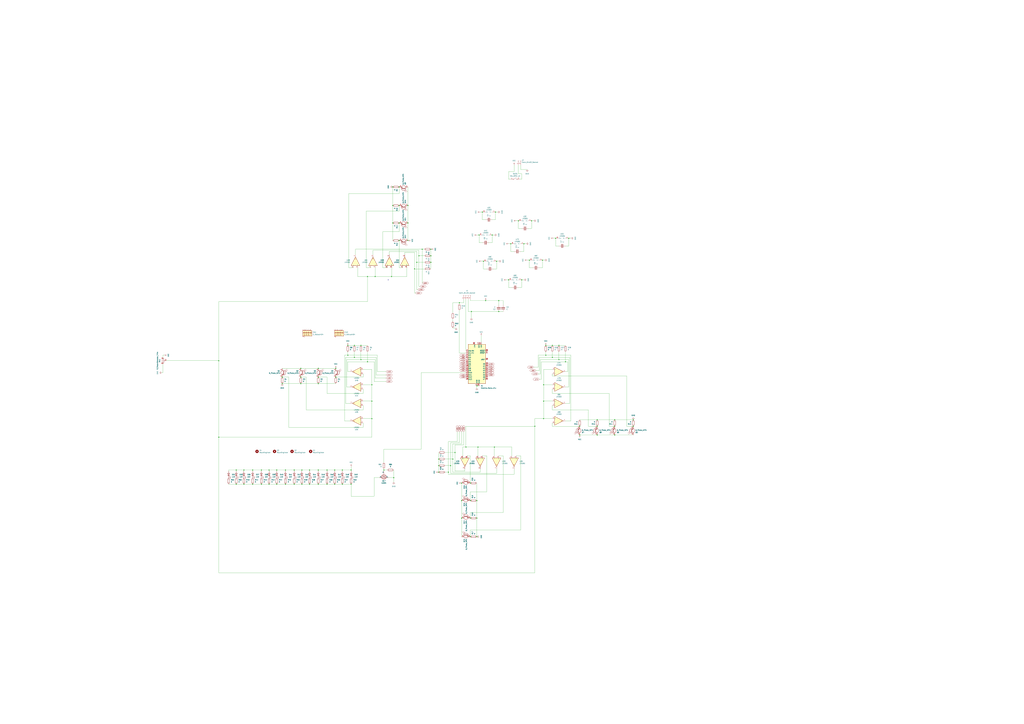
<source format=kicad_sch>
(kicad_sch (version 20250114) (generator "eeschema") (generator_version "9.0")
  (paper "A0")
  (junction (at 575.31 246.38))
  (junction (at 274.32 546.1))
  (junction (at 535.94 601.98))
  (junction (at 500.38 304.8))
  (junction (at 693.42 495.3))
  (junction (at 312.42 546.1))
  (junction (at 407.67 546.1))
  (junction (at 608.33 283.21))
  (junction (at 419.1 401.32))
  (junction (at 633.73 401.32))
  (junction (at 713.74 487.68))
  (junction (at 389.89 427.99))
  (junction (at 463.55 217.17))
  (junction (at 473.71 259.08))
  (junction (at 563.88 349.25))
  (junction (at 525.78 533.4))
  (junction (at 473.71 279.4))
  (junction (at 274.32 562.61))
  (junction (at 633.73 412.75))
  (junction (at 473.71 238.76))
  (junction (at 327.66 445.77))
  (junction (at 349.25 445.77))
  (junction (at 735.33 495.3))
  (junction (at 713.74 505.46))
  (junction (at 533.4 351.79))
  (junction (at 481.33 312.42))
  (junction (at 614.68 302.26))
  (junction (at 546.1 561.34))
  (junction (at 397.51 562.61))
  (junction (at 254 508))
  (junction (at 397.51 546.1))
  (junction (at 463.55 238.76))
  (junction (at 303.53 562.61))
  (junction (at 590.55 325.12))
  (junction (at 556.26 273.05))
  (junction (at 483.87 304.8))
  (junction (at 641.35 415.29))
  (junction (at 341.63 546.1))
  (junction (at 490.22 289.56))
  (junction (at 553.72 601.98))
  (junction (at 445.77 546.1))
  (junction (at 457.2 554.99))
  (junction (at 593.09 283.21))
  (junction (at 426.72 420.37))
  (junction (at 411.48 415.29))
  (junction (at 369.57 427.99))
  (junction (at 389.89 438.15))
  (junction (at 349.25 427.99))
  (junction (at 379.73 546.1))
  (junction (at 283.21 546.1))
  (junction (at 617.22 256.54))
  (junction (at 254 419.1))
  (junction (at 293.37 546.1))
  (junction (at 546.1 601.98))
  (junction (at 571.5 273.05))
  (junction (at 359.41 546.1))
  (junction (at 535.94 581.66))
  (junction (at 509.27 548.64))
  (junction (at 648.97 401.32))
  (junction (at 509.27 533.4))
  (junction (at 541.02 519.43))
  (junction (at 631.19 486.41))
  (junction (at 656.59 420.37))
  (junction (at 576.58 303.53))
  (junction (at 561.34 303.53))
  (junction (at 605.79 325.12))
  (junction (at 535.94 561.34))
  (junction (at 601.98 256.54))
  (junction (at 388.62 562.61))
  (junction (at 660.4 276.86))
  (junction (at 554.99 519.43))
  (junction (at 574.04 519.43))
  (junction (at 369.57 438.15))
  (junction (at 579.12 349.25))
  (junction (at 403.86 412.75))
  (junction (at 312.42 562.61))
  (junction (at 713.74 495.3))
  (junction (at 546.1 623.57))
  (junction (at 486.41 297.18))
  (junction (at 369.57 445.77))
  (junction (at 500.38 289.56))
  (junction (at 455.93 259.08))
  (junction (at 621.03 495.3))
  (junction (at 341.63 562.61))
  (junction (at 407.67 562.61))
  (junction (at 431.8 486.41))
  (junction (at 426.72 321.31))
  (junction (at 641.35 401.32))
  (junction (at 560.07 246.38))
  (junction (at 403.86 401.32))
  (junction (at 303.53 546.1))
  (junction (at 431.8 466.09))
  (junction (at 673.1 495.3))
  (junction (at 509.27 541.02))
  (junction (at 553.72 623.57))
  (junction (at 523.24 541.02))
  (junction (at 547.37 361.95))
  (junction (at 435.61 321.31))
  (junction (at 579.12 361.95))
  (junction (at 350.52 546.1))
  (junction (at 411.48 401.32))
  (junction (at 645.16 276.86))
  (junction (at 463.55 279.4))
  (junction (at 631.19 447.04))
  (junction (at 520.7 548.64))
  (junction (at 321.31 562.61))
  (junction (at 463.55 259.08))
  (junction (at 528.32 525.78))
  (junction (at 693.42 505.46))
  (junction (at 350.52 562.61))
  (junction (at 500.38 297.18))
  (junction (at 369.57 562.61))
  (junction (at 327.66 438.15))
  (junction (at 693.42 487.68))
  (junction (at 431.8 447.04))
  (junction (at 631.19 466.09))
  (junction (at 454.66 321.31))
  (junction (at 629.92 302.26))
  (junction (at 546.1 581.66))
  (junction (at 553.72 581.66))
  (junction (at 321.31 546.1))
  (junction (at 673.1 505.46))
  (junction (at 331.47 562.61))
  (junction (at 349.25 438.15))
  (junction (at 369.57 546.1))
  (junction (at 553.72 448.31))
  (junction (at 293.37 562.61))
  (junction (at 359.41 562.61))
  (junction (at 648.97 417.83))
  (junction (at 331.47 546.1))
  (junction (at 419.1 417.83))
  (junction (at 388.62 546.1))
  (junction (at 455.93 238.76))
  (junction (at 455.93 217.17))
  (junction (at 283.21 562.61))
  (junction (at 735.33 487.68))
  (junction (at 379.73 562.61))
  (no_connect (at 450.85 325.12))
  (wire (pts (xy 500.38 297.18) (xy 500.38 304.8)))
  (wire (pts (xy 388.62 562.61) (xy 397.51 562.61)))
  (wire (pts (xy 601.98 265.43) (xy 601.98 256.54)))
  (wire (pts (xy 618.49 311.15) (xy 614.68 311.15)))
  (wire (pts (xy 673.1 505.46) (xy 693.42 505.46)))
  (wire (pts (xy 596.9 191.77) (xy 596.9 199.39)))
  (wire (pts (xy 557.53 548.64) (xy 557.53 544.83)))
  (wire (pts (xy 486.41 332.74) (xy 487.68 332.74)))
  (wire (pts (xy 535.94 515.62) (xy 525.78 515.62)))
  (wire (pts (xy 546.1 529.59) (xy 546.1 561.34)))
  (wire (pts (xy 641.35 436.88) (xy 727.71 436.88)))
  (wire (pts (xy 567.69 281.94) (xy 571.5 281.94)))
  (wire (pts (xy 490.22 328.93) (xy 490.22 289.56)))
  (wire (pts (xy 379.73 546.1) (xy 369.57 546.1)))
  (wire (pts (xy 369.57 562.61) (xy 379.73 562.61)))
  (wire (pts (xy 452.12 292.1) (xy 452.12 295.91)))
  (wire (pts (xy 530.86 513.08) (xy 520.7 513.08)))
  (wire (pts (xy 509.27 541.02) (xy 509.27 533.4)))
  (wire (pts (xy 553.72 623.57) (xy 553.72 601.98)))
  (wire (pts (xy 426.72 420.37) (xy 434.34 420.37)))
  (wire (pts (xy 561.34 312.42) (xy 561.34 303.53)))
  (wire (pts (xy 735.33 487.68) (xy 713.74 487.68)))
  (wire (pts (xy 355.6 476.25) (xy 355.6 438.15)))
  (wire (pts (xy 426.72 408.94) (xy 426.72 420.37)))
  (wire (pts (xy 641.35 457.2) (xy 707.39 457.2)))
  (wire (pts (xy 543.56 361.95) (xy 547.37 361.95)))
  (wire (pts (xy 369.57 427.99) (xy 349.25 427.99)))
  (wire (pts (xy 400.05 412.75) (xy 400.05 488.95)))
  (wire (pts (xy 599.44 529.59) (xy 604.52 529.59)))
  (wire (pts (xy 419.1 417.83) (xy 435.61 417.83)))
  (wire (pts (xy 621.03 495.3) (xy 621.03 665.48)))
  (wire (pts (xy 463.55 311.15) (xy 467.36 311.15)))
  (wire (pts (xy 312.42 546.1) (xy 312.42 547.37)))
  (wire (pts (xy 631.19 466.09) (xy 631.19 447.04)))
  (wire (pts (xy 516.89 548.64) (xy 520.7 548.64)))
  (wire (pts (xy 590.55 334.01) (xy 590.55 325.12)))
  (wire (pts (xy 641.35 471.17) (xy 641.35 476.25)))
  (wire (pts (xy 516.89 525.78) (xy 528.32 525.78)))
  (wire (pts (xy 574.04 529.59) (xy 574.04 519.43)))
  (wire (pts (xy 349.25 427.99) (xy 327.66 427.99)))
  (wire (pts (xy 662.94 488.95) (xy 656.59 488.95)))
  (wire (pts (xy 293.37 562.61) (xy 303.53 562.61)))
  (wire (pts (xy 626.11 311.15) (xy 629.92 311.15)))
  (wire (pts (xy 546.1 615.95) (xy 546.1 623.57)))
  (wire (pts (xy 656.59 420.37) (xy 659.13 420.37)))
  (wire (pts (xy 629.92 302.26) (xy 629.92 311.15)))
  (wire (pts (xy 463.55 224.79) (xy 463.55 217.17)))
  (wire (pts (xy 426.72 350.52) (xy 254 350.52)))
  (wire (pts (xy 463.55 311.15) (xy 463.55 279.4)))
  (wire (pts (xy 553.72 581.66) (xy 553.72 561.34)))
  (wire (pts (xy 481.33 293.37) (xy 481.33 312.42)))
  (wire (pts (xy 355.6 438.15) (xy 349.25 438.15)))
  (wire (pts (xy 543.56 347.98) (xy 543.56 361.95)))
  (wire (pts (xy 596.9 551.18) (xy 596.9 544.83)))
  (wire (pts (xy 431.8 508) (xy 254 508)))
  (wire (pts (xy 415.29 321.31) (xy 426.72 321.31)))
  (wire (pts (xy 693.42 495.3) (xy 683.26 495.3)))
  (wire (pts (xy 641.35 495.3) (xy 673.1 495.3)))
  (wire (pts (xy 656.59 285.75) (xy 660.4 285.75)))
  (wire (pts (xy 560.07 246.38) (xy 560.07 255.27)))
  (wire (pts (xy 433.07 295.91) (xy 433.07 290.83)))
  (wire (pts (xy 421.64 429.26) (xy 431.8 429.26)))
  (wire (pts (xy 406.4 431.8) (xy 403.86 431.8)))
  (wire (pts (xy 525.78 533.4) (xy 525.78 548.64)))
  (wire (pts (xy 541.02 519.43) (xy 554.99 519.43)))
  (wire (pts (xy 331.47 546.1) (xy 321.31 546.1)))
  (wire (pts (xy 576.58 303.53) (xy 576.58 312.42)))
  (wire (pts (xy 293.37 546.1) (xy 283.21 546.1)))
  (wire (pts (xy 727.71 436.88) (xy 727.71 495.3)))
  (wire (pts (xy 617.22 256.54) (xy 619.76 256.54)))
  (wire (pts (xy 525.78 351.79) (xy 525.78 363.22)))
  (wire (pts (xy 533.4 353.06) (xy 533.4 351.79)))
  (wire (pts (xy 535.94 601.98) (xy 535.94 623.57)))
  (wire (pts (xy 605.79 265.43) (xy 601.98 265.43)))
  (wire (pts (xy 407.67 542.29) (xy 407.67 546.1)))
  (wire (pts (xy 546.1 581.66) (xy 546.1 571.5)))
  (wire (pts (xy 539.75 547.37) (xy 528.32 547.37)))
  (wire (pts (xy 626.11 415.29) (xy 641.35 415.29)))
  (wire (pts (xy 283.21 546.1) (xy 283.21 547.37)))
  (wire (pts (xy 492.76 304.8) (xy 483.87 304.8)))
  (wire (pts (xy 379.73 457.2) (xy 421.64 457.2)))
  (wire (pts (xy 359.41 546.1) (xy 359.41 547.37)))
  (wire (pts (xy 189.23 433.07) (xy 187.96 433.07)))
  (wire (pts (xy 500.38 304.8) (xy 500.38 312.42)))
  (wire (pts (xy 656.59 408.94) (xy 656.59 420.37)))
  (wire (pts (xy 608.33 283.21) (xy 610.87 283.21)))
  (wire (pts (xy 265.43 562.61) (xy 274.32 562.61)))
  (wire (pts (xy 631.19 486.41) (xy 631.19 466.09)))
  (wire (pts (xy 641.35 466.09) (xy 631.19 466.09)))
  (wire (pts (xy 648.97 401.32) (xy 656.59 401.32)))
  (wire (pts (xy 541.02 495.3) (xy 541.02 519.43)))
  (wire (pts (xy 430.53 311.15) (xy 425.45 311.15)))
  (wire (pts (xy 431.8 486.41) (xy 431.8 508)))
  (wire (pts (xy 369.57 438.15) (xy 379.73 438.15)))
  (wire (pts (xy 593.09 292.1) (xy 593.09 283.21)))
  (wire (pts (xy 571.5 273.05) (xy 574.04 273.05)))
  (wire (pts (xy 541.02 347.98) (xy 541.02 407.67)))
  (wire (pts (xy 444.5 311.15) (xy 449.58 311.15)))
  (wire (pts (xy 457.2 546.1) (xy 457.2 554.99)))
  (wire (pts (xy 601.98 191.77) (xy 601.98 201.93)))
  (wire (pts (xy 488.95 433.07) (xy 541.02 433.07)))
  (wire (pts (xy 631.19 486.41) (xy 621.03 486.41)))
  (wire (pts (xy 312.42 546.1) (xy 303.53 546.1)))
  (wire (pts (xy 648.97 408.94) (xy 648.97 417.83)))
  (wire (pts (xy 584.2 595.63) (xy 546.1 595.63)))
  (wire (pts (xy 190.5 412.75) (xy 189.23 412.75)))
  (wire (pts (xy 401.32 415.29) (xy 411.48 415.29)))
  (wire (pts (xy 565.15 529.59) (xy 560.07 529.59)))
  (wire (pts (xy 546.1 529.59) (xy 542.29 529.59)))
  (wire (pts (xy 556.26 273.05) (xy 556.26 281.94)))
  (wire (pts (xy 537.21 519.43) (xy 541.02 519.43)))
  (wire (pts (xy 727.71 495.3) (xy 735.33 495.3)))
  (wire (pts (xy 411.48 408.94) (xy 411.48 415.29)))
  (wire (pts (xy 546.1 571.5) (xy 565.15 571.5)))
  (wire (pts (xy 321.31 546.1) (xy 321.31 547.37)))
  (wire (pts (xy 624.84 434.34) (xy 627.38 434.34)))
  (wire (pts (xy 421.64 491.49) (xy 421.64 496.57)))
  (wire (pts (xy 434.34 420.37) (xy 434.34 443.23)))
  (wire (pts (xy 528.32 516.89) (xy 528.32 525.78)))
  (wire (pts (xy 560.07 246.38) (xy 557.53 246.38)))
  (wire (pts (xy 421.64 486.41) (xy 431.8 486.41)))
  (wire (pts (xy 707.39 457.2) (xy 707.39 495.3)))
  (wire (pts (xy 539.75 544.83) (xy 539.75 547.37)))
  (wire (pts (xy 436.88 415.29) (xy 436.88 435.61)))
  (wire (pts (xy 547.37 361.95) (xy 579.12 361.95)))
  (wire (pts (xy 641.35 486.41) (xy 631.19 486.41)))
  (wire (pts (xy 661.67 468.63) (xy 661.67 415.29)))
  (wire (pts (xy 641.35 491.49) (xy 641.35 495.3)))
  (wire (pts (xy 488.95 521.97) (xy 488.95 433.07)))
  (wire (pts (xy 594.36 529.59) (xy 594.36 519.43)))
  (wire (pts (xy 341.63 546.1) (xy 331.47 546.1)))
  (wire (pts (xy 594.36 334.01) (xy 590.55 334.01)))
  (wire (pts (xy 463.55 269.24) (xy 444.5 269.24)))
  (wire (pts (xy 331.47 562.61) (xy 341.63 562.61)))
  (wire (pts (xy 553.72 448.31) (xy 553.72 450.85)))
  (wire (pts (xy 571.5 255.27) (xy 575.31 255.27)))
  (wire (pts (xy 369.57 445.77) (xy 389.89 445.77)))
  (wire (pts (xy 656.59 431.8) (xy 659.13 431.8)))
  (wire (pts (xy 565.15 571.5) (xy 565.15 529.59)))
  (wire (pts (xy 535.94 561.34) (xy 535.94 581.66)))
  (wire (pts (xy 483.87 292.1) (xy 483.87 304.8)))
  (wire (pts (xy 576.58 549.91) (xy 523.24 549.91)))
  (wire (pts (xy 492.76 297.18) (xy 486.41 297.18)))
  (wire (pts (xy 525.78 515.62) (xy 525.78 533.4)))
  (wire (pts (xy 584.2 354.33) (xy 584.2 349.25)))
  (wire (pts (xy 576.58 303.53) (xy 579.12 303.53)))
  (wire (pts (xy 604.52 196.85) (xy 612.14 196.85)))
  (wire (pts (xy 405.13 224.79) (xy 463.55 224.79)))
  (wire (pts (xy 254 665.48) (xy 254 508)))
  (wire (pts (xy 283.21 546.1) (xy 274.32 546.1)))
  (wire (pts (xy 440.69 554.99) (xy 434.34 554.99)))
  (wire (pts (xy 601.98 201.93) (xy 605.79 201.93)))
  (wire (pts (xy 401.32 468.63) (xy 401.32 415.29)))
  (wire (pts (xy 421.64 457.2) (xy 421.64 452.12)))
  (wire (pts (xy 463.55 245.11) (xy 463.55 238.76)))
  (wire (pts (xy 411.48 415.29) (xy 436.88 415.29)))
  (wire (pts (xy 435.61 311.15) (xy 435.61 321.31)))
  (wire (pts (xy 402.59 417.83) (xy 402.59 449.58)))
  (wire (pts (xy 535.94 581.66) (xy 535.94 601.98)))
  (wire (pts (xy 553.72 273.05) (xy 556.26 273.05)))
  (wire (pts (xy 601.98 256.54) (xy 599.44 256.54)))
  (wire (pts (xy 605.79 208.28) (xy 603.25 208.28)))
  (wire (pts (xy 628.65 420.37) (xy 656.59 420.37)))
  (wire (pts (xy 445.77 521.97) (xy 488.95 521.97)))
  (wire (pts (xy 412.75 289.56) (xy 490.22 289.56)))
  (wire (pts (xy 563.88 349.25) (xy 579.12 349.25)))
  (wire (pts (xy 455.93 259.08) (xy 455.93 279.4)))
  (wire (pts (xy 410.21 311.15) (xy 405.13 311.15)))
  (wire (pts (xy 538.48 501.65) (xy 538.48 516.89)))
  (wire (pts (xy 485.14 336.55) (xy 483.87 336.55)))
  (wire (pts (xy 516.89 533.4) (xy 525.78 533.4)))
  (wire (pts (xy 321.31 562.61) (xy 331.47 562.61)))
  (wire (pts (xy 633.73 401.32) (xy 641.35 401.32)))
  (wire (pts (xy 525.78 548.64) (xy 557.53 548.64)))
  (wire (pts (xy 596.9 292.1) (xy 593.09 292.1)))
  (wire (pts (xy 571.5 273.05) (xy 571.5 281.94)))
  (wire (pts (xy 434.34 576.58) (xy 434.34 554.99)))
  (wire (pts (xy 436.88 435.61) (xy 448.31 435.61)))
  (wire (pts (xy 1247.14 15.24) (xy 1247.14 29.21)))
  (wire (pts (xy 327.66 445.77) (xy 349.25 445.77)))
  (wire (pts (xy 431.8 466.09) (xy 431.8 447.04)))
  (wire (pts (xy 350.52 562.61) (xy 359.41 562.61)))
  (wire (pts (xy 445.77 546.1) (xy 445.77 547.37)))
  (wire (pts (xy 454.66 321.31) (xy 454.66 311.15)))
  (wire (pts (xy 604.52 191.77) (xy 604.52 196.85)))
  (wire (pts (xy 683.26 476.25) (xy 641.35 476.25)))
  (wire (pts (xy 631.19 429.26) (xy 631.19 447.04)))
  (wire (pts (xy 576.58 544.83) (xy 576.58 549.91)))
  (wire (pts (xy 425.45 311.15) (xy 425.45 245.11)))
  (wire (pts (xy 407.67 546.1) (xy 407.67 547.37)))
  (wire (pts (xy 604.52 615.95) (xy 546.1 615.95)))
  (wire (pts (xy 594.36 519.43) (xy 574.04 519.43)))
  (wire (pts (xy 421.64 471.17) (xy 421.64 476.25)))
  (wire (pts (xy 626.11 415.29) (xy 626.11 430.53)))
  (wire (pts (xy 533.4 351.79) (xy 538.48 351.79)))
  (wire (pts (xy 303.53 562.61) (xy 312.42 562.61)))
  (wire (pts (xy 303.53 546.1) (xy 303.53 547.37)))
  (wire (pts (xy 379.73 546.1) (xy 379.73 547.37)))
  (wire (pts (xy 707.39 495.3) (xy 713.74 495.3)))
  (wire (pts (xy 541.02 495.3) (xy 621.03 495.3)))
  (wire (pts (xy 303.53 546.1) (xy 293.37 546.1)))
  (wire (pts (xy 438.15 412.75) (xy 438.15 431.8)))
  (wire (pts (xy 627.38 434.34) (xy 627.38 417.83)))
  (wire (pts (xy 584.2 529.59) (xy 584.2 595.63)))
  (wire (pts (xy 469.9 295.91) (xy 469.9 293.37)))
  (wire (pts (xy 265.43 546.1) (xy 265.43 547.37)))
  (wire (pts (xy 274.32 562.61) (xy 283.21 562.61)))
  (wire (pts (xy 434.34 443.23) (xy 448.31 443.23)))
  (wire (pts (xy 500.38 289.56) (xy 500.38 297.18)))
  (wire (pts (xy 558.8 389.89) (xy 558.8 397.51)))
  (wire (pts (xy 189.23 412.75) (xy 189.23 415.29)))
  (wire (pts (xy 425.45 245.11) (xy 463.55 245.11)))
  (wire (pts (xy 624.84 412.75) (xy 624.84 426.72)))
  (wire (pts (xy 525.78 370.84) (xy 525.78 373.38)))
  (wire (pts (xy 481.33 340.36) (xy 482.6 340.36)))
  (wire (pts (xy 520.7 513.08) (xy 520.7 548.64)))
  (wire (pts (xy 553.72 448.31) (xy 556.26 448.31)))
  (wire (pts (xy 546.1 349.25) (xy 563.88 349.25)))
  (wire (pts (xy 546.1 347.98) (xy 546.1 349.25)))
  (wire (pts (xy 560.07 281.94) (xy 556.26 281.94)))
  (wire (pts (xy 435.61 417.83) (xy 435.61 439.42)))
  (wire (pts (xy 627.38 417.83) (xy 648.97 417.83)))
  (wire (pts (xy 421.64 438.15) (xy 421.64 434.34)))
  (wire (pts (xy 473.71 238.76) (xy 473.71 217.17)))
  (wire (pts (xy 421.64 466.09) (xy 431.8 466.09)))
  (wire (pts (xy 516.89 541.02) (xy 523.24 541.02)))
  (wire (pts (xy 312.42 562.61) (xy 321.31 562.61)))
  (wire (pts (xy 530.86 501.65) (xy 530.86 513.08)))
  (wire (pts (xy 629.92 302.26) (xy 632.46 302.26)))
  (wire (pts (xy 397.51 546.1) (xy 388.62 546.1)))
  (wire (pts (xy 426.72 321.31) (xy 435.61 321.31)))
  (wire (pts (xy 641.35 429.26) (xy 631.19 429.26)))
  (wire (pts (xy 693.42 487.68) (xy 673.1 487.68)))
  (wire (pts (xy 341.63 546.1) (xy 341.63 547.37)))
  (wire (pts (xy 525.78 351.79) (xy 533.4 351.79)))
  (wire (pts (xy 593.09 283.21) (xy 590.55 283.21)))
  (wire (pts (xy 605.79 325.12) (xy 608.33 325.12)))
  (wire (pts (xy 523.24 514.35) (xy 533.4 514.35)))
  (wire (pts (xy 537.21 529.59) (xy 537.21 519.43)))
  (wire (pts (xy 426.72 321.31) (xy 426.72 350.52)))
  (wire (pts (xy 584.2 349.25) (xy 579.12 349.25)))
  (wire (pts (xy 641.35 457.2) (xy 641.35 452.12)))
  (wire (pts (xy 438.15 431.8) (xy 448.31 431.8)))
  (wire (pts (xy 481.33 312.42) (xy 481.33 340.36)))
  (wire (pts (xy 473.71 259.08) (xy 473.71 238.76)))
  (wire (pts (xy 523.24 541.02) (xy 523.24 549.91)))
  (wire (pts (xy 433.07 290.83) (xy 486.41 290.83)))
  (wire (pts (xy 455.93 238.76) (xy 455.93 259.08)))
  (wire (pts (xy 403.86 401.32) (xy 411.48 401.32)))
  (wire (pts (xy 693.42 505.46) (xy 713.74 505.46)))
  (wire (pts (xy 359.41 562.61) (xy 369.57 562.61)))
  (wire (pts (xy 400.05 488.95) (xy 406.4 488.95)))
  (wire (pts (xy 546.1 595.63) (xy 546.1 601.98)))
  (wire (pts (xy 633.73 412.75) (xy 662.94 412.75)))
  (wire (pts (xy 713.74 505.46) (xy 735.33 505.46)))
  (wire (pts (xy 613.41 265.43) (xy 617.22 265.43)))
  (wire (pts (xy 626.11 440.69) (xy 628.65 440.69)))
  (wire (pts (xy 608.33 283.21) (xy 608.33 292.1)))
  (wire (pts (xy 403.86 412.75) (xy 438.15 412.75)))
  (wire (pts (xy 472.44 311.15) (xy 472.44 321.31)))
  (wire (pts (xy 590.55 199.39) (xy 590.55 208.28)))
  (wire (pts (xy 641.35 415.29) (xy 661.67 415.29)))
  (wire (pts (xy 400.05 412.75) (xy 403.86 412.75)))
  (wire (pts (xy 572.77 312.42) (xy 576.58 312.42)))
  (wire (pts (xy 575.31 246.38) (xy 577.85 246.38)))
  (wire (pts (xy 463.55 259.08) (xy 463.55 269.24)))
  (wire (pts (xy 189.23 422.91) (xy 189.23 433.07)))
  (wire (pts (xy 579.12 529.59) (xy 584.2 529.59)))
  (wire (pts (xy 561.34 303.53) (xy 558.8 303.53)))
  (wire (pts (xy 389.89 427.99) (xy 369.57 427.99)))
  (wire (pts (xy 648.97 285.75) (xy 645.16 285.75)))
  (wire (pts (xy 621.03 486.41) (xy 621.03 495.3)))
  (wire (pts (xy 486.41 290.83) (xy 486.41 297.18)))
  (wire (pts (xy 403.86 420.37) (xy 426.72 420.37)))
  (wire (pts (xy 641.35 401.32) (xy 648.97 401.32)))
  (wire (pts (xy 431.8 447.04) (xy 421.64 447.04)))
  (wire (pts (xy 435.61 321.31) (xy 454.66 321.31)))
  (wire (pts (xy 335.28 438.15) (xy 327.66 438.15)))
  (wire (pts (xy 713.74 487.68) (xy 693.42 487.68)))
  (wire (pts (xy 350.52 546.1) (xy 341.63 546.1)))
  (wire (pts (xy 590.55 325.12) (xy 588.01 325.12)))
  (wire (pts (xy 631.19 447.04) (xy 641.35 447.04)))
  (wire (pts (xy 407.67 576.58) (xy 434.34 576.58)))
  (wire (pts (xy 533.4 501.65) (xy 533.4 514.35)))
  (wire (pts (xy 538.48 347.98) (xy 538.48 351.79)))
  (wire (pts (xy 421.64 496.57) (xy 335.28 496.57)))
  (wire (pts (xy 274.32 546.1) (xy 265.43 546.1)))
  (wire (pts (xy 617.22 256.54) (xy 617.22 265.43)))
  (wire (pts (xy 419.1 401.32) (xy 426.72 401.32)))
  (wire (pts (xy 660.4 449.58) (xy 656.59 449.58)))
  (wire (pts (xy 554.99 519.43) (xy 554.99 529.59)))
  (wire (pts (xy 641.35 408.94) (xy 641.35 415.29)))
  (wire (pts (xy 435.61 439.42) (xy 448.31 439.42)))
  (wire (pts (xy 457.2 554.99) (xy 457.2 560.07)))
  (wire (pts (xy 523.24 514.35) (xy 523.24 541.02)))
  (wire (pts (xy 407.67 562.61) (xy 407.67 576.58)))
  (wire (pts (xy 614.68 302.26) (xy 612.14 302.26)))
  (wire (pts (xy 483.87 292.1) (xy 452.12 292.1)))
  (wire (pts (xy 656.59 468.63) (xy 661.67 468.63)))
  (wire (pts (xy 431.8 429.26) (xy 431.8 447.04)))
  (wire (pts (xy 605.79 201.93) (xy 605.79 208.28)))
  (wire (pts (xy 449.58 546.1) (xy 445.77 546.1)))
  (wire (pts (xy 331.47 546.1) (xy 331.47 547.37)))
  (wire (pts (xy 405.13 311.15) (xy 405.13 224.79)))
  (wire (pts (xy 624.84 412.75) (xy 633.73 412.75)))
  (wire (pts (xy 509.27 533.4) (xy 509.27 525.78)))
  (wire (pts (xy 626.11 430.53) (xy 622.3 430.53)))
  (wire (pts (xy 579.12 349.25) (xy 579.12 354.33)))
  (wire (pts (xy 660.4 276.86) (xy 660.4 285.75)))
  (wire (pts (xy 645.16 276.86) (xy 645.16 285.75)))
  (wire (pts (xy 415.29 311.15) (xy 415.29 321.31)))
  (wire (pts (xy 565.15 312.42) (xy 561.34 312.42)))
  (wire (pts (xy 469.9 293.37) (xy 481.33 293.37)))
  (wire (pts (xy 445.77 537.21) (xy 445.77 521.97)))
  (wire (pts (xy 490.22 289.56) (xy 492.76 289.56)))
  (wire (pts (xy 624.84 426.72) (xy 619.76 426.72)))
  (wire (pts (xy 397.51 562.61) (xy 407.67 562.61)))
  (wire (pts (xy 421.64 438.15) (xy 389.89 438.15)))
  (wire (pts (xy 525.78 381) (xy 529.59 381)))
  (wire (pts (xy 528.32 516.89) (xy 538.48 516.89)))
  (wire (pts (xy 445.77 544.83) (xy 445.77 546.1)))
  (wire (pts (xy 406.4 468.63) (xy 401.32 468.63)))
  (wire (pts (xy 596.9 199.39) (xy 590.55 199.39)))
  (wire (pts (xy 604.52 529.59) (xy 604.52 615.95)))
  (wire (pts (xy 397.51 546.1) (xy 397.51 547.37)))
  (wire (pts (xy 520.7 548.64) (xy 520.7 551.18)))
  (wire (pts (xy 274.32 546.1) (xy 274.32 547.37)))
  (wire (pts (xy 369.57 546.1) (xy 359.41 546.1)))
  (wire (pts (xy 403.86 431.8) (xy 403.86 420.37)))
  (wire (pts (xy 662.94 412.75) (xy 662.94 488.95)))
  (wire (pts (xy 614.68 311.15) (xy 614.68 302.26)))
  (wire (pts (xy 660.4 276.86) (xy 662.94 276.86)))
  (wire (pts (xy 541.02 410.21) (xy 533.4 410.21)))
  (wire (pts (xy 645.16 276.86) (xy 642.62 276.86)))
  (wire (pts (xy 528.32 525.78) (xy 528.32 547.37)))
  (wire (pts (xy 601.98 334.01) (xy 605.79 334.01)))
  (wire (pts (xy 411.48 401.32) (xy 419.1 401.32)))
  (wire (pts (xy 455.93 217.17) (xy 455.93 238.76)))
  (wire (pts (xy 419.1 408.94) (xy 419.1 417.83)))
  (wire (pts (xy 520.7 551.18) (xy 596.9 551.18)))
  (wire (pts (xy 553.72 601.98) (xy 553.72 581.66)))
  (wire (pts (xy 486.41 297.18) (xy 486.41 332.74)))
  (wire (pts (xy 535.94 501.65) (xy 535.94 515.62)))
  (wire (pts (xy 454.66 321.31) (xy 472.44 321.31)))
  (wire (pts (xy 402.59 417.83) (xy 419.1 417.83)))
  (wire (pts (xy 369.57 546.1) (xy 369.57 547.37)))
  (wire (pts (xy 379.73 562.61) (xy 388.62 562.61)))
  (wire (pts (xy 421.64 476.25) (xy 355.6 476.25)))
  (wire (pts (xy 350.52 546.1) (xy 350.52 547.37)))
  (wire (pts (xy 254 419.1) (xy 254 508)))
  (wire (pts (xy 193.04 419.1) (xy 254 419.1)))
  (wire (pts (xy 412.75 289.56) (xy 412.75 295.91)))
  (wire (pts (xy 641.35 436.88) (xy 641.35 434.34)))
  (wire (pts (xy 321.31 546.1) (xy 312.42 546.1)))
  (wire (pts (xy 621.03 665.48) (xy 254 665.48)))
  (wire (pts (xy 402.59 449.58) (xy 406.4 449.58)))
  (wire (pts (xy 648.97 417.83) (xy 660.4 417.83)))
  (wire (pts (xy 444.5 269.24) (xy 444.5 311.15)))
  (wire (pts (xy 659.13 431.8) (xy 659.13 420.37)))
  (wire (pts (xy 483.87 304.8) (xy 483.87 336.55)))
  (wire (pts (xy 388.62 546.1) (xy 388.62 547.37)))
  (wire (pts (xy 341.63 562.61) (xy 350.52 562.61)))
  (wire (pts (xy 492.76 312.42) (xy 481.33 312.42)))
  (wire (pts (xy 533.4 360.68) (xy 533.4 410.21)))
  (wire (pts (xy 575.31 246.38) (xy 575.31 255.27)))
  (wire (pts (xy 604.52 292.1) (xy 608.33 292.1)))
  (wire (pts (xy 388.62 546.1) (xy 379.73 546.1)))
  (wire (pts (xy 359.41 546.1) (xy 350.52 546.1)))
  (wire (pts (xy 605.79 325.12) (xy 605.79 334.01)))
  (wire (pts (xy 563.88 255.27) (xy 560.07 255.27)))
  (wire (pts (xy 450.85 554.99) (xy 457.2 554.99)))
  (wire (pts (xy 403.86 408.94) (xy 403.86 412.75)))
  (wire (pts (xy 547.37 361.95) (xy 547.37 369.57)))
  (wire (pts (xy 660.4 417.83) (xy 660.4 449.58)))
  (wire (pts (xy 473.71 279.4) (xy 473.71 259.08)))
  (wire (pts (xy 683.26 495.3) (xy 683.26 476.25)))
  (wire (pts (xy 379.73 438.15) (xy 379.73 457.2)))
  (wire (pts (xy 349.25 445.77) (xy 369.57 445.77)))
  (wire (pts (xy 628.65 420.37) (xy 628.65 440.69)))
  (wire (pts (xy 407.67 546.1) (xy 397.51 546.1)))
  (wire (pts (xy 590.55 208.28) (xy 593.09 208.28)))
  (wire (pts (xy 509.27 548.64) (xy 509.27 541.02)))
  (wire (pts (xy 335.28 496.57) (xy 335.28 438.15)))
  (wire (pts (xy 254 350.52) (xy 254 419.1)))
  (wire (pts (xy 431.8 486.41) (xy 431.8 466.09)))
  (wire (pts (xy 633.73 408.94) (xy 633.73 412.75)))
  (wire (pts (xy 283.21 562.61) (xy 293.37 562.61)))
  (wire (pts (xy 574.04 519.43) (xy 554.99 519.43)))
  (wire (pts (xy 293.37 546.1) (xy 293.37 547.37)))
  (wire (pts (xy 579.12 361.95) (xy 584.2 361.95)))
  (global_label "U4B" (shape bidirectional) (at 448.31 431.8 0) (property "Intersheetrefs" "${INTERSHEET_REFS}" (effects (hide yes))))
  (global_label "U9A" (shape bidirectional) (at 541.02 430.53 180) (property "Intersheetrefs" "${INTERSHEET_REFS}" (effects (hide yes))))
  (global_label "U4A" (shape bidirectional) (at 566.42 425.45 0) (property "Intersheetrefs" "${INTERSHEET_REFS}" (effects (hide yes))))
  (global_label "U9B" (shape bidirectional) (at 533.4 501.65 90) (property "Intersheetrefs" "${INTERSHEET_REFS}" (effects (hide yes))))
  (global_label "U7B" (shape bidirectional) (at 624.84 434.34 180) (property "Intersheetrefs" "${INTERSHEET_REFS}" (effects (hide yes))))
  (global_label "U6B" (shape bidirectional) (at 566.42 435.61 0) (property "Intersheetrefs" "${INTERSHEET_REFS}" (effects (hide yes))))
  (global_label "U5A" (shape bidirectional) (at 566.42 430.53 0) (property "Intersheetrefs" "${INTERSHEET_REFS}" (effects (hide yes))))
  (global_label "U8A" (shape bidirectional) (at 541.02 412.75 180) (property "Intersheetrefs" "${INTERSHEET_REFS}" (effects (hide yes))))
  (global_label "U6A" (shape bidirectional) (at 566.42 433.07 0) (property "Intersheetrefs" "${INTERSHEET_REFS}" (effects (hide yes))))
  (global_label "U5B" (shape bidirectional) (at 485.14 336.55 0) (property "Intersheetrefs" "${INTERSHEET_REFS}" (effects (hide yes))))
  (global_label "U8B" (shape bidirectional) (at 541.02 415.29 180) (property "Intersheetrefs" "${INTERSHEET_REFS}" (effects (hide yes))))
  (global_label "U3A" (shape bidirectional) (at 448.31 443.23 0) (property "Intersheetrefs" "${INTERSHEET_REFS}" (effects (hide yes))))
  (global_label "U7A" (shape bidirectional) (at 541.02 417.83 180) (property "Intersheetrefs" "${INTERSHEET_REFS}" (effects (hide yes))))
  (global_label "U8A" (shape bidirectional) (at 622.3 430.53 180) (property "Intersheetrefs" "${INTERSHEET_REFS}" (effects (hide yes))))
  (global_label "U7B" (shape bidirectional) (at 541.02 420.37 180) (property "Intersheetrefs" "${INTERSHEET_REFS}" (effects (hide yes))))
  (global_label "U8B" (shape bidirectional) (at 619.76 426.72 180) (property "Intersheetrefs" "${INTERSHEET_REFS}" (effects (hide yes))))
  (global_label "U6B" (shape bidirectional) (at 490.22 328.93 0) (property "Intersheetrefs" "${INTERSHEET_REFS}" (effects (hide yes))))
  (global_label "U4B" (shape bidirectional) (at 566.42 422.91 0) (property "Intersheetrefs" "${INTERSHEET_REFS}" (effects (hide yes))))
  (global_label "U9A" (shape bidirectional) (at 530.86 501.65 90) (property "Intersheetrefs" "${INTERSHEET_REFS}" (effects (hide yes))))
  (global_label "U9B" (shape bidirectional) (at 541.02 427.99 180) (property "Intersheetrefs" "${INTERSHEET_REFS}" (effects (hide yes))))
  (global_label "U3B" (shape bidirectional) (at 448.31 439.42 0) (property "Intersheetrefs" "${INTERSHEET_REFS}" (effects (hide yes))))
  (global_label "U3A" (shape bidirectional) (at 541.02 435.61 180) (property "Intersheetrefs" "${INTERSHEET_REFS}" (effects (hide yes))))
  (global_label "U2A" (shape bidirectional) (at 541.02 422.91 180) (property "Intersheetrefs" "${INTERSHEET_REFS}" (effects (hide yes))))
  (global_label "U2A" (shape bidirectional) (at 535.94 501.65 90) (property "Intersheetrefs" "${INTERSHEET_REFS}" (effects (hide yes))))
  (global_label "U2B" (shape bidirectional) (at 538.48 501.65 90) (property "Intersheetrefs" "${INTERSHEET_REFS}" (effects (hide yes))))
  (global_label "U3B" (shape bidirectional) (at 541.02 438.15 180) (property "Intersheetrefs" "${INTERSHEET_REFS}" (effects (hide yes))))
  (global_label "U4A" (shape bidirectional) (at 448.31 435.61 0) (property "Intersheetrefs" "${INTERSHEET_REFS}" (effects (hide yes))))
  (global_label "U6A" (shape bidirectional) (at 487.68 332.74 0) (property "Intersheetrefs" "${INTERSHEET_REFS}" (effects (hide yes))))
  (global_label "U5A" (shape bidirectional) (at 482.6 340.36 0) (property "Intersheetrefs" "${INTERSHEET_REFS}" (effects (hide yes))))
  (global_label "U2B" (shape bidirectional) (at 541.02 425.45 180) (property "Intersheetrefs" "${INTERSHEET_REFS}" (effects (hide yes))))
  (global_label "U5B" (shape bidirectional) (at 566.42 427.99 0) (property "Intersheetrefs" "${INTERSHEET_REFS}" (effects (hide yes))))
  (global_label "U7A" (shape bidirectional) (at 626.11 440.69 180) (property "Intersheetrefs" "${INTERSHEET_REFS}" (effects (hide yes))))
  (symbol (lib_id "Device:C") (at 622.3 311.15 90) (unit 1)
    (property "Reference" "C8" (at 621.0299 307.34 0) (effects (justify left)))
    (property "Value" "C" (at 623.5699 307.34 0) (effects (justify left)))
    (property "Footprint" "Capacitor_SMD:C_0603_1608Metric" (effects (hide yes)))
    (property "Description" "Unpolarized capacitor" (effects (hide yes)))
  )
  (symbol (lib_id "Mechanical:MountingHole") (at 298.45 524.51 0) (unit 1) (in_bom no)
    (property "Reference" "H4" (at 300.99 523.2399 0) (effects (justify left)))
    (property "Value" "MountingHole" (at 300.99 525.7799 0) (effects (justify left)))
    (property "Footprint" "MountingHole:MountingHole_3.2mm_M3" (effects (hide yes)))
    (property "Description" "Mounting Hole without connection" (effects (hide yes)))
  )
  (symbol (lib_id "power:VCC") (at 509.27 548.64 90) (mirror x) (unit 1)
    (property "Reference" "#PWR013" (effects (hide yes)))
    (property "Value" "VCC" (at 504.19 548.64 0))
    (property "Description" "Power symbol creates a global label with name \"VCC\"" (effects (hide yes)))
  )
  (symbol (lib_id "Device:R") (at 533.4 356.87 0) (unit 1)
    (property "Reference" "R49" (at 535.94 355.5999 0) (effects (justify left)))
    (property "Value" "R" (at 535.94 358.1399 0) (effects (justify left)))
    (property "Footprint" "Resistor_THT:R_Axial_DIN0207_L6.3mm_D2.5mm_P7.62mm_Horizontal" (effects (hide yes)))
    (property "Description" "Resistor" (effects (hide yes)))
  )
  (symbol (lib_id "Device:Q_Photo_NPN") (at 372.11 433.07 0) (mirror y) (unit 1)
    (property "Reference" "Q3" (at 367.03 431.0506 0) (effects (justify left)))
    (property "Value" "Q_Photo_NPN" (at 367.03 433.5906 0) (effects (justify left)))
    (property "Footprint" "NJL7502R:NJL7502R" (effects (hide yes)))
    (property "Description" "NPN phototransistor, collector/emitter" (effects (hide yes)))
  )
  (symbol (lib_id "Device:R") (at 513.08 541.02 90) (unit 1)
    (property "Reference" "R30" (at 511.8099 538.48 0) (effects (justify left)))
    (property "Value" "R" (at 514.3499 538.48 0) (effects (justify left)))
    (property "Footprint" "Resistor_SMD:R_0603_1608Metric_Pad0.98x0.95mm_HandSolder" (effects (hide yes)))
    (property "Description" "Resistor" (effects (hide yes)))
  )
  (symbol (lib_id "power:VCC") (at 403.86 401.32 0) (mirror y) (unit 1)
    (property "Reference" "#PWR01" (effects (hide yes)))
    (property "Value" "VCC" (at 403.86 396.24 0))
    (property "Description" "Power symbol creates a global label with name \"VCC\"" (effects (hide yes)))
  )
  (symbol (lib_id "power:GND") (at 327.66 445.77 0) (unit 1)
    (property "Reference" "#PWR03" (effects (hide yes)))
    (property "Value" "GND" (at 327.66 450.85 0))
    (property "Description" "Power symbol creates a global label with name \"GND\" , ground" (effects (hide yes)))
  )
  (symbol (lib_id "Device:R") (at 403.86 405.13 0) (unit 1)
    (property "Reference" "R8" (at 406.4 403.8599 0) (effects (justify left)))
    (property "Value" "R" (at 406.4 406.3999 0) (effects (justify left)))
    (property "Footprint" "Resistor_SMD:R_0603_1608Metric_Pad0.98x0.95mm_HandSolder" (effects (hide yes)))
    (property "Description" "Resistor" (effects (hide yes)))
  )
  (symbol (lib_id "Device:R") (at 513.08 525.78 90) (unit 1)
    (property "Reference" "R32" (at 511.8099 523.24 0) (effects (justify left)))
    (property "Value" "R" (at 514.3499 523.24 0) (effects (justify left)))
    (property "Footprint" "Resistor_SMD:R_0603_1608Metric_Pad0.98x0.95mm_HandSolder" (effects (hide yes)))
    (property "Description" "Resistor" (effects (hide yes)))
  )
  (symbol (lib_id "Simulation_SPICE:NMOS") (at 445.77 552.45 90) (mirror x) (unit 1)
    (property "Reference" "Q17" (at 445.77 558.8 90))
    (property "Value" "NMOS" (at 445.77 561.34 90))
    (property "Footprint" "Package_TO_SOT_THT:TO-251-3-1EP_Horizontal_TabDown" (effects (hide yes)))
    (property "Datasheet" "https://ngspice.sourceforge.io/docs/ngspice-html-manual/manual.xhtml#cha_MOSFETs" (effects (hide yes)))
    (property "Description" "N-MOSFET transistor, drain/source/gate" (effects (hide yes)))
    (property "Sim.Device" "NMOS" (effects (hide yes)))
    (property "Sim.Type" "VDMOS" (effects (hide yes)))
    (property "Sim.Pins" "1=D 2=G 3=S" (effects (hide yes)))
  )
  (symbol (lib_id "power:VCC") (at 557.53 246.38 90) (unit 1)
    (property "Reference" "#PWR030" (effects (hide yes)))
    (property "Value" "VCC" (at 552.45 246.38 0))
    (property "Description" "Power symbol creates a global label with name \"VCC\"" (effects (hide yes)))
  )
  (symbol (lib_id "Device:Q_Photo_NPN") (at 541.02 599.44 90) (mirror x) (unit 1)
    (property "Reference" "Q14" (at 539.0006 604.52 0) (effects (justify left)))
    (property "Value" "Q_Photo_NPN" (at 541.5406 604.52 0) (effects (justify left)))
    (property "Footprint" "NJL7502R:NJL7502R" (effects (hide yes)))
    (property "Description" "NPN phototransistor, collector/emitter" (effects (hide yes)))
  )
  (symbol (lib_id "Device:Q_Photo_NPN") (at 711.2 500.38 0) (mirror x) (unit 1)
    (property "Reference" "Q6" (at 716.28 502.3994 0) (effects (justify left)))
    (property "Value" "Q_Photo_NPN" (at 716.28 499.8594 0) (effects (justify left)))
    (property "Footprint" "NJL7502R:NJL7502R" (effects (hide yes)))
    (property "Description" "NPN phototransistor, collector/emitter" (effects (hide yes)))
  )
  (symbol (lib_id "power:VCC") (at 553.72 273.05 90) (unit 1)
    (property "Reference" "#PWR034" (effects (hide yes)))
    (property "Value" "VCC" (at 548.64 273.05 0))
    (property "Description" "Power symbol creates a global label with name \"VCC\"" (effects (hide yes)))
  )
  (symbol (lib_id "Device:LED") (at 359.41 551.18 90) (unit 1)
    (property "Reference" "D44" (at 363.22 551.4974 90) (effects (justify right)))
    (property "Value" "LED" (at 363.22 554.0374 90) (effects (justify right)))
    (property "Footprint" "LED_SMD:LED_0603_1608Metric" (effects (hide yes)))
    (property "Description" "Light emitting diode" (effects (hide yes)))
    (property "Sim.Pins" "1=K 2=A" (effects (hide yes)))
  )
  (symbol (lib_id "power:GND") (at 632.46 302.26 90) (unit 1)
    (property "Reference" "#PWR039" (effects (hide yes)))
    (property "Value" "GND" (at 637.54 302.26 0))
    (property "Description" "Power symbol creates a global label with name \"GND\" , ground" (effects (hide yes)))
  )
  (symbol (lib_id "Comparator:LM393") (at 469.9 303.53 270) (mirror x) (unit 1)
    (property "Reference" "U5" (at 463.55 302.2599 90) (effects (justify right)))
    (property "Value" "LM393" (at 463.55 304.7999 90) (effects (justify right)))
    (property "Footprint" "Package_SO:SOIC-8_3.9x4.9mm_P1.27mm" (effects (hide yes)))
    (property "Datasheet" "http://www.ti.com/lit/ds/symlink/lm393.pdf" (effects (hide yes)))
    (property "Description" "Low-Power, Low-Offset Voltage, Dual Comparators, DIP-8/SOIC-8/TO-99-8" (effects (hide yes)))
  )
  (symbol (lib_id "power:GND") (at 619.76 256.54 90) (unit 1)
    (property "Reference" "#PWR033" (effects (hide yes)))
    (property "Value" "GND" (at 624.84 256.54 0))
    (property "Description" "Power symbol creates a global label with name \"GND\" , ground" (effects (hide yes)))
  )
  (symbol (lib_id "Device:R") (at 389.89 441.96 0) (unit 1)
    (property "Reference" "R1" (at 392.43 440.6899 0) (effects (justify left)))
    (property "Value" "R" (at 392.43 443.2299 0) (effects (justify left)))
    (property "Footprint" "Resistor_SMD:R_0603_1608Metric_Pad0.98x0.95mm_HandSolder" (effects (hide yes)))
    (property "Description" "Resistor" (effects (hide yes)))
  )
  (symbol (lib_id "Comparator:LM393") (at 576.58 537.21 270) (unit 2)
    (property "Reference" "U9" (at 582.93 535.9399 90) (effects (justify left)))
    (property "Value" "LM393" (at 582.93 538.4799 90) (effects (justify left)))
    (property "Footprint" "Package_SO:SOIC-8_3.9x4.9mm_P1.27mm" (effects (hide yes)))
    (property "Datasheet" "http://www.ti.com/lit/ds/symlink/lm393.pdf" (effects (hide yes)))
    (property "Description" "Low-Power, Low-Offset Voltage, Dual Comparators, DIP-8/SOIC-8/TO-99-8" (effects (hide yes)))
  )
  (symbol (lib_id "Device:R") (at 397.51 558.8 0) (unit 1)
    (property "Reference" "R34" (at 400.05 557.5299 0) (effects (justify left)))
    (property "Value" "R" (at 400.05 560.0699 0) (effects (justify left)))
    (property "Footprint" "Resistor_SMD:R_0603_1608Metric_Pad0.98x0.95mm_HandSolder" (effects (hide yes)))
    (property "Description" "Resistor" (effects (hide yes)))
  )
  (symbol (lib_id "Device:C") (at 598.17 334.01 90) (unit 1)
    (property "Reference" "C9" (at 596.8999 330.2 0) (effects (justify left)))
    (property "Value" "C" (at 599.4399 330.2 0) (effects (justify left)))
    (property "Footprint" "Capacitor_SMD:C_0603_1608Metric" (effects (hide yes)))
    (property "Description" "Unpolarized capacitor" (effects (hide yes)))
  )
  (symbol (lib_id "power:VCC") (at 190.5 412.75 270) (unit 1)
    (property "Reference" "#PWR015" (effects (hide yes)))
    (property "Value" "VCC" (at 195.58 412.75 0))
    (property "Description" "Power symbol creates a global label with name \"VCC\"" (effects (hide yes)))
  )
  (symbol (lib_id "Device:R") (at 693.42 491.49 180) (unit 1)
    (property "Reference" "R15" (at 690.88 492.7601 0) (effects (justify left)))
    (property "Value" "R" (at 690.88 490.2201 0) (effects (justify left)))
    (property "Footprint" "Resistor_SMD:R_0603_1608Metric_Pad0.98x0.95mm_HandSolder" (effects (hide yes)))
    (property "Description" "Resistor" (effects (hide yes)))
  )
  (symbol (lib_id "power:GND") (at 735.33 487.68 180) (unit 1)
    (property "Reference" "#PWR06" (effects (hide yes)))
    (property "Value" "GND" (at 735.33 482.6 0))
    (property "Description" "Power symbol creates a global label with name \"GND\" , ground" (effects (hide yes)))
  )
  (symbol (lib_id "Comparator:LM393") (at 622.3 299.72 90) (unit 3)
    (property "Reference" "U6" (at 622.3 297.18 90))
    (property "Value" "LM393" (at 622.3 299.72 90))
    (property "Footprint" "Package_SO:SOIC-8_3.9x4.9mm_P1.27mm" (effects (hide yes)))
    (property "Datasheet" "http://www.ti.com/lit/ds/symlink/lm393.pdf" (effects (hide yes)))
    (property "Description" "Low-Power, Low-Offset Voltage, Dual Comparators, DIP-8/SOIC-8/TO-99-8" (effects (hide yes)))
  )
  (symbol (lib_id "Device:LED") (at 331.47 551.18 90) (unit 1)
    (property "Reference" "D41" (at 335.28 551.4974 90) (effects (justify right)))
    (property "Value" "LED" (at 335.28 554.0374 90) (effects (justify right)))
    (property "Footprint" "LED_SMD:LED_0603_1608Metric" (effects (hide yes)))
    (property "Description" "Light emitting diode" (effects (hide yes)))
    (property "Sim.Pins" "1=K 2=A" (effects (hide yes)))
  )
  (symbol (lib_id "Device:C") (at 568.96 312.42 90) (unit 1)
    (property "Reference" "C10" (at 567.6899 308.61 0) (effects (justify left)))
    (property "Value" "C" (at 570.2299 308.61 0) (effects (justify left)))
    (property "Footprint" "Capacitor_SMD:C_0603_1608Metric" (effects (hide yes)))
    (property "Description" "Unpolarized capacitor" (effects (hide yes)))
  )
  (symbol (lib_id "Device:R") (at 496.57 297.18 270) (unit 1)
    (property "Reference" "R22" (at 497.8401 299.72 0) (effects (justify left)))
    (property "Value" "R" (at 495.3001 299.72 0) (effects (justify left)))
    (property "Footprint" "Resistor_SMD:R_0603_1608Metric_Pad0.98x0.95mm_HandSolder" (effects (hide yes)))
    (property "Description" "Resistor" (effects (hide yes)))
  )
  (symbol (lib_id "Device:R") (at 274.32 558.8 0) (unit 1)
    (property "Reference" "R56" (at 276.86 557.5299 0) (effects (justify left)))
    (property "Value" "R" (at 276.86 560.0699 0) (effects (justify left)))
    (property "Footprint" "Resistor_SMD:R_0603_1608Metric_Pad0.98x0.95mm_HandSolder" (effects (hide yes)))
    (property "Description" "Resistor" (effects (hide yes)))
  )
  (symbol (lib_id "Comparator:LM393") (at 412.75 303.53 270) (mirror x) (unit 2)
    (property "Reference" "U6" (at 406.4 302.2599 90) (effects (justify right)))
    (property "Value" "LM393" (at 406.4 304.7999 90) (effects (justify right)))
    (property "Footprint" "Package_SO:SOIC-8_3.9x4.9mm_P1.27mm" (effects (hide yes)))
    (property "Datasheet" "http://www.ti.com/lit/ds/symlink/lm393.pdf" (effects (hide yes)))
    (property "Description" "Low-Power, Low-Offset Voltage, Dual Comparators, DIP-8/SOIC-8/TO-99-8" (effects (hide yes)))
  )
  (symbol (lib_id "Device:LED") (at 379.73 551.18 90) (unit 1)
    (property "Reference" "D46" (at 383.54 551.4974 90) (effects (justify right)))
    (property "Value" "LED" (at 383.54 554.0374 90) (effects (justify right)))
    (property "Footprint" "LED_SMD:LED_0603_1608Metric" (effects (hide yes)))
    (property "Description" "Light emitting diode" (effects (hide yes)))
    (property "Sim.Pins" "1=K 2=A" (effects (hide yes)))
  )
  (symbol (lib_id "power:VCC") (at 558.8 303.53 90) (unit 1)
    (property "Reference" "#PWR042" (effects (hide yes)))
    (property "Value" "VCC" (at 553.72 303.53 0))
    (property "Description" "Power symbol creates a global label with name \"VCC\"" (effects (hide yes)))
  )
  (symbol (lib_id "Device:Q_Photo_NPN") (at 670.56 500.38 0) (mirror x) (unit 1)
    (property "Reference" "Q7" (at 675.64 502.3994 0) (effects (justify left)))
    (property "Value" "Q_Photo_NPN" (at 675.64 499.8594 0) (effects (justify left)))
    (property "Footprint" "NJL7502R:NJL7502R" (effects (hide yes)))
    (property "Description" "NPN phototransistor, collector/emitter" (effects (hide yes)))
  )
  (symbol (lib_id "Comparator:LM393") (at 557.53 537.21 90) (mirror x) (unit 1)
    (property "Reference" "U2" (at 551.18 535.9399 90) (effects (justify left)))
    (property "Value" "LM393" (at 551.18 538.4799 90) (effects (justify left)))
    (property "Footprint" "Package_SO:SOIC-8_3.9x4.9mm_P1.27mm" (effects (hide yes)))
    (property "Datasheet" "http://www.ti.com/lit/ds/symlink/lm393.pdf" (effects (hide yes)))
    (property "Description" "Low-Power, Low-Offset Voltage, Dual Comparators, DIP-8/SOIC-8/TO-99-8" (effects (hide yes)))
  )
  (symbol (lib_id "Device:LED") (at 341.63 551.18 90) (unit 1)
    (property "Reference" "D42" (at 345.44 551.4974 90) (effects (justify right)))
    (property "Value" "LED" (at 345.44 554.0374 90) (effects (justify right)))
    (property "Footprint" "LED_SMD:LED_0603_1608Metric" (effects (hide yes)))
    (property "Description" "Light emitting diode" (effects (hide yes)))
    (property "Sim.Pins" "1=K 2=A" (effects (hide yes)))
  )
  (symbol (lib_id "Comparator:LM393") (at 609.6 254 90) (unit 3)
    (property "Reference" "U3" (at 609.6 251.46 90))
    (property "Value" "LM393" (at 609.6 254 90))
    (property "Footprint" "Package_SO:SOIC-8_3.9x4.9mm_P1.27mm" (effects (hide yes)))
    (property "Datasheet" "http://www.ti.com/lit/ds/symlink/lm393.pdf" (effects (hide yes)))
    (property "Description" "Low-Power, Low-Offset Voltage, Dual Comparators, DIP-8/SOIC-8/TO-99-8" (effects (hide yes)))
  )
  (symbol (lib_id "Device:LED") (at 350.52 551.18 90) (unit 1)
    (property "Reference" "D43" (at 354.33 551.4974 90) (effects (justify right)))
    (property "Value" "LED" (at 354.33 554.0374 90) (effects (justify right)))
    (property "Footprint" "LED_SMD:LED_0603_1608Metric" (effects (hide yes)))
    (property "Description" "Light emitting diode" (effects (hide yes)))
    (property "Sim.Pins" "1=K 2=A" (effects (hide yes)))
  )
  (symbol (lib_id "Device:R") (at 525.78 377.19 0) (unit 1)
    (property "Reference" "R50" (at 528.32 375.9199 0) (effects (justify left)))
    (property "Value" "R" (at 528.32 378.4599 0) (effects (justify left)))
    (property "Footprint" "Resistor_THT:R_Axial_DIN0207_L6.3mm_D2.5mm_P7.62mm_Horizontal" (effects (hide yes)))
    (property "Description" "Resistor" (effects (hide yes)))
  )
  (symbol (lib_id "Device:R") (at 713.74 491.49 180) (unit 1)
    (property "Reference" "R14" (at 711.2 492.7601 0) (effects (justify left)))
    (property "Value" "R" (at 711.2 490.2201 0) (effects (justify left)))
    (property "Footprint" "Resistor_SMD:R_0603_1608Metric_Pad0.98x0.95mm_HandSolder" (effects (hide yes)))
    (property "Description" "Resistor" (effects (hide yes)))
  )
  (symbol (lib_id "power:VCC") (at 588.01 325.12 90) (unit 1)
    (property "Reference" "#PWR040" (effects (hide yes)))
    (property "Value" "VCC" (at 582.93 325.12 0))
    (property "Description" "Power symbol creates a global label with name \"VCC\"" (effects (hide yes)))
  )
  (symbol (lib_id "power:VCC") (at 673.1 505.46 0) (mirror x) (unit 1)
    (property "Reference" "#PWR010" (effects (hide yes)))
    (property "Value" "VCC" (at 673.1 510.54 0))
    (property "Description" "Power symbol creates a global label with name \"VCC\"" (effects (hide yes)))
  )
  (symbol (lib_id "Device:LED") (at 274.32 551.18 90) (unit 1)
    (property "Reference" "D35" (at 278.13 551.4974 90) (effects (justify right)))
    (property "Value" "LED" (at 278.13 554.0374 90) (effects (justify right)))
    (property "Footprint" "LED_SMD:LED_0603_1608Metric" (effects (hide yes)))
    (property "Description" "Light emitting diode" (effects (hide yes)))
    (property "Sim.Pins" "1=K 2=A" (effects (hide yes)))
  )
  (symbol (lib_id "Device:R") (at 411.48 405.13 0) (unit 1)
    (property "Reference" "R7" (at 414.02 403.8599 0) (effects (justify left)))
    (property "Value" "R" (at 414.02 406.3999 0) (effects (justify left)))
    (property "Footprint" "Resistor_SMD:R_0603_1608Metric_Pad0.98x0.95mm_HandSolder" (effects (hide yes)))
    (property "Description" "Resistor" (effects (hide yes)))
  )
  (symbol (lib_id "Mechanical:MountingHole") (at 318.77 524.51 0) (unit 1) (in_bom no)
    (property "Reference" "H3" (at 321.31 523.2399 0) (effects (justify left)))
    (property "Value" "MountingHole" (at 321.31 525.7799 0) (effects (justify left)))
    (property "Footprint" "MountingHole:MountingHole_3.2mm_M3" (effects (hide yes)))
    (property "Description" "Mounting Hole without connection" (effects (hide yes)))
  )
  (symbol (lib_id "Device:LED") (at 312.42 551.18 90) (unit 1)
    (property "Reference" "D39" (at 316.23 551.4974 90) (effects (justify right)))
    (property "Value" "LED" (at 316.23 554.0374 90) (effects (justify right)))
    (property "Footprint" "LED_SMD:LED_0603_1608Metric" (effects (hide yes)))
    (property "Description" "Light emitting diode" (effects (hide yes)))
    (property "Sim.Pins" "1=K 2=A" (effects (hide yes)))
  )
  (symbol (lib_id "power:VCC") (at 590.55 283.21 90) (unit 1)
    (property "Reference" "#PWR044" (effects (hide yes)))
    (property "Value" "VCC" (at 585.47 283.21 0))
    (property "Description" "Power symbol creates a global label with name \"VCC\"" (effects (hide yes)))
  )
  (symbol (lib_id "Device:R") (at 549.91 623.57 90) (unit 1)
    (property "Reference" "R17" (at 548.6399 621.03 0) (effects (justify left)))
    (property "Value" "R" (at 551.1799 621.03 0) (effects (justify left)))
    (property "Footprint" "Resistor_SMD:R_0603_1608Metric_Pad0.98x0.95mm_HandSolder" (effects (hide yes)))
    (property "Description" "Resistor" (effects (hide yes)))
  )
  (symbol (lib_id "power:VCC") (at 473.71 279.4 270) (mirror x) (unit 1)
    (property "Reference" "#PWR09" (effects (hide yes)))
    (property "Value" "VCC" (at 478.79 279.4 0))
    (property "Description" "Power symbol creates a global label with name \"VCC\"" (effects (hide yes)))
  )
  (symbol (lib_id "Device:R_Potentiometer_Trim") (at 189.23 419.1 0) (unit 1)
    (property "Reference" "RV1" (at 185.42 419.1 90))
    (property "Value" "R_Potentiometer_Trim" (at 182.88 419.1 90))
    (property "Footprint" "hankotei:名称未設定" (effects (hide yes)))
    (property "Description" "Trim-potentiometer" (effects (hide yes)))
  )
  (symbol (lib_id "Device:R") (at 525.78 367.03 0) (unit 1)
    (property "Reference" "R51" (at 528.32 365.7599 0) (effects (justify left)))
    (property "Value" "R" (at 528.32 368.2999 0) (effects (justify left)))
    (property "Footprint" "Resistor_THT:R_Axial_DIN0207_L6.3mm_D2.5mm_P7.62mm_Horizontal" (effects (hide yes)))
    (property "Description" "Resistor" (effects (hide yes)))
  )
  (symbol (lib_id "Device:R") (at 445.77 541.02 0) (mirror y) (unit 1)
    (property "Reference" "R84" (at 443.23 539.7499 0) (effects (justify left)))
    (property "Value" "R" (at 443.23 542.2899 0) (effects (justify left)))
    (property "Footprint" "Resistor_THT:R_Axial_DIN0207_L6.3mm_D2.5mm_P7.62mm_Horizontal" (effects (hide yes)))
    (property "Description" "Resistor" (effects (hide yes)))
  )
  (symbol (lib_id "Device:Q_Photo_NPN") (at 330.2 433.07 0) (mirror y) (unit 1)
    (property "Reference" "Q1" (at 325.12 431.0506 0) (effects (justify left)))
    (property "Value" "Q_Photo_NPN" (at 325.12 433.5906 0) (effects (justify left)))
    (property "Footprint" "NJL7502R:NJL7502R" (effects (hide yes)))
    (property "Description" "NPN phototransistor, collector/emitter" (effects (hide yes)))
  )
  (symbol (lib_id "Device:R") (at 293.37 558.8 0) (unit 1)
    (property "Reference" "R41" (at 295.91 557.5299 0) (effects (justify left)))
    (property "Value" "R" (at 295.91 560.0699 0) (effects (justify left)))
    (property "Footprint" "Resistor_SMD:R_0603_1608Metric_Pad0.98x0.95mm_HandSolder" (effects (hide yes)))
    (property "Description" "Resistor" (effects (hide yes)))
  )
  (symbol (lib_id "Device:LED") (at 293.37 551.18 90) (unit 1)
    (property "Reference" "D37" (at 297.18 551.4974 90) (effects (justify right)))
    (property "Value" "LED" (at 297.18 554.0374 90) (effects (justify right)))
    (property "Footprint" "LED_SMD:LED_0603_1608Metric" (effects (hide yes)))
    (property "Description" "Light emitting diode" (effects (hide yes)))
    (property "Sim.Pins" "1=K 2=A" (effects (hide yes)))
  )
  (symbol (lib_id "MCU_Module:Arduino_Nano_v2.x") (at 553.72 422.91 0) (unit 1)
    (property "Reference" "A1" (at 558.4033 448.31 0) (effects (justify left)))
    (property "Value" "Arduino_Nano_v2.x" (at 558.4033 450.85 0) (effects (justify left)))
    (property "Footprint" "Module:Arduino_Nano" (effects (hide yes)))
    (property "Datasheet" "https://www.arduino.cc/en/uploads/Main/ArduinoNanoManual23.pdf" (effects (hide yes)))
    (property "Description" "Arduino Nano v2.x" (effects (hide yes)))
  )
  (symbol (lib_id "Device:R") (at 459.74 238.76 270) (unit 1)
    (property "Reference" "R10" (at 461.0101 241.3 0) (effects (justify left)))
    (property "Value" "R" (at 458.4701 241.3 0) (effects (justify left)))
    (property "Footprint" "Resistor_SMD:R_0603_1608Metric_Pad0.98x0.95mm_HandSolder" (effects (hide yes)))
    (property "Description" "Resistor" (effects (hide yes)))
  )
  (symbol (lib_id "power:VCC") (at 612.14 302.26 90) (unit 1)
    (property "Reference" "#PWR038" (effects (hide yes)))
    (property "Value" "VCC" (at 607.06 302.26 0))
    (property "Description" "Power symbol creates a global label with name \"VCC\"" (effects (hide yes)))
  )
  (symbol (lib_id "Device:R") (at 513.08 533.4 90) (unit 1)
    (property "Reference" "R31" (at 511.8099 530.86 0) (effects (justify left)))
    (property "Value" "R" (at 514.3499 530.86 0) (effects (justify left)))
    (property "Footprint" "Resistor_SMD:R_0603_1608Metric_Pad0.98x0.95mm_HandSolder" (effects (hide yes)))
    (property "Description" "Resistor" (effects (hide yes)))
  )
  (symbol (lib_id "power:GND") (at 529.59 381 0) (unit 1)
    (property "Reference" "#PWR027" (effects (hide yes)))
    (property "Value" "GND" (at 529.59 386.08 0))
    (property "Description" "Power symbol creates a global label with name \"GND\" , ground" (effects (hide yes)))
  )
  (symbol (lib_id "Device:R") (at 350.52 558.8 0) (unit 1)
    (property "Reference" "R39" (at 353.06 557.5299 0) (effects (justify left)))
    (property "Value" "R" (at 353.06 560.0699 0) (effects (justify left)))
    (property "Footprint" "Resistor_SMD:R_0603_1608Metric_Pad0.98x0.95mm_HandSolder" (effects (hide yes)))
    (property "Description" "Resistor" (effects (hide yes)))
  )
  (symbol (lib_id "Device:C_Network04") (at 358.14 387.35 0) (unit 1)
    (property "Reference" "CN1" (at 363.22 386.0799 0) (effects (justify left)))
    (property "Value" "C_Network04" (at 363.22 388.6199 0) (effects (justify left)))
    (property "Description" "4 capacitor network, star topology, bussed capacitors, single bus pin, small symbol, SIP-5" (effects (hide yes)))
  )
  (symbol (lib_id "power:GND") (at 612.14 196.85 0) (unit 1)
    (property "Reference" "#PWR029" (effects (hide yes)))
    (property "Value" "GND" (at 612.14 201.93 0))
    (property "Description" "Power symbol creates a global label with name \"GND\" , ground" (effects (hide yes)))
  )
  (symbol (lib_id "power:GND") (at 608.33 325.12 90) (unit 1)
    (property "Reference" "#PWR041" (effects (hide yes)))
    (property "Value" "GND" (at 613.41 325.12 0))
    (property "Description" "Power symbol creates a global label with name \"GND\" , ground" (effects (hide yes)))
  )
  (symbol (lib_id "Device:R") (at 549.91 581.66 90) (unit 1)
    (property "Reference" "R19" (at 548.6399 579.12 0) (effects (justify left)))
    (property "Value" "R" (at 551.1799 579.12 0) (effects (justify left)))
    (property "Footprint" "Resistor_SMD:R_0603_1608Metric_Pad0.98x0.95mm_HandSolder" (effects (hide yes)))
    (property "Description" "Resistor" (effects (hide yes)))
  )
  (symbol (lib_id "power:VCC") (at 563.88 349.25 0) (unit 1)
    (property "Reference" "#PWR026" (effects (hide yes)))
    (property "Value" "VCC" (at 563.88 344.17 0))
    (property "Description" "Power symbol creates a global label with name \"VCC\"" (effects (hide yes)))
  )
  (symbol (lib_id "power:GND") (at 455.93 217.17 270) (unit 1)
    (property "Reference" "#PWR07" (effects (hide yes)))
    (property "Value" "GND" (at 450.85 217.17 0))
    (property "Description" "Power symbol creates a global label with name \"GND\" , ground" (effects (hide yes)))
  )
  (symbol (lib_id "Device:LED") (at 283.21 551.18 90) (unit 1)
    (property "Reference" "D36" (at 287.02 551.4974 90) (effects (justify right)))
    (property "Value" "LED" (at 287.02 554.0374 90) (effects (justify right)))
    (property "Footprint" "LED_SMD:LED_0603_1608Metric" (effects (hide yes)))
    (property "Description" "Light emitting diode" (effects (hide yes)))
    (property "Sim.Pins" "1=K 2=A" (effects (hide yes)))
  )
  (symbol (lib_id "Comparator:LM393") (at 563.88 270.51 90) (unit 3)
    (property "Reference" "U4" (at 563.88 267.97 90))
    (property "Value" "LM393" (at 563.88 270.51 90))
    (property "Footprint" "Package_SO:SOIC-8_3.9x4.9mm_P1.27mm" (effects (hide yes)))
    (property "Datasheet" "http://www.ti.com/lit/ds/symlink/lm393.pdf" (effects (hide yes)))
    (property "Description" "Low-Power, Low-Offset Voltage, Dual Comparators, DIP-8/SOIC-8/TO-99-8" (effects (hide yes)))
  )
  (symbol (lib_id "Device:R") (at 459.74 279.4 270) (unit 1)
    (property "Reference" "R12" (at 461.0101 281.94 0) (effects (justify left)))
    (property "Value" "R" (at 458.4701 281.94 0) (effects (justify left)))
    (property "Footprint" "Resistor_SMD:R_0603_1608Metric_Pad0.98x0.95mm_HandSolder" (effects (hide yes)))
    (property "Description" "Resistor" (effects (hide yes)))
  )
  (symbol (lib_id "Device:Q_Photo_NPN") (at 690.88 500.38 0) (mirror x) (unit 1)
    (property "Reference" "Q8" (at 695.96 502.3994 0) (effects (justify left)))
    (property "Value" "Q_Photo_NPN" (at 695.96 499.8594 0) (effects (justify left)))
    (property "Footprint" "NJL7502R:NJL7502R" (effects (hide yes)))
    (property "Description" "NPN phototransistor, collector/emitter" (effects (hide yes)))
  )
  (symbol (lib_id "Device:LED") (at 397.51 551.18 90) (unit 1)
    (property "Reference" "D48" (at 401.32 551.4974 90) (effects (justify right)))
    (property "Value" "LED" (at 401.32 554.0374 90) (effects (justify right)))
    (property "Footprint" "LED_SMD:LED_0603_1608Metric" (effects (hide yes)))
    (property "Description" "Light emitting diode" (effects (hide yes)))
    (property "Sim.Pins" "1=K 2=A" (effects (hide yes)))
  )
  (symbol (lib_id "Comparator:LM393") (at 452.12 303.53 270) (mirror x) (unit 2)
    (property "Reference" "U5" (at 445.77 302.2599 90) (effects (justify right)))
    (property "Value" "LM393" (at 445.77 304.7999 90) (effects (justify right)))
    (property "Footprint" "Package_SO:SOIC-8_3.9x4.9mm_P1.27mm" (effects (hide yes)))
    (property "Datasheet" "http://www.ti.com/lit/ds/symlink/lm393.pdf" (effects (hide yes)))
    (property "Description" "Low-Power, Low-Offset Voltage, Dual Comparators, DIP-8/SOIC-8/TO-99-8" (effects (hide yes)))
  )
  (symbol (lib_id "Connector:Conn_01x02_Socket") (at 601.98 186.69 90) (unit 1)
    (property "Reference" "J2" (at 605.79 186.0549 90) (effects (justify right)))
    (property "Value" "Conn_01x02_Socket" (at 605.79 188.5949 90) (effects (justify right)))
    (property "Footprint" "Connector_JST:JST_XH_B2B-XH-A_1x02_P2.50mm_Vertical" (effects (hide yes)))
    (property "Description" "Generic connector, single row, 01x02, script generated" (effects (hide yes)))
  )
  (symbol (lib_id "Device:R") (at 496.57 289.56 270) (unit 1)
    (property "Reference" "R21" (at 497.8401 292.1 0) (effects (justify left)))
    (property "Value" "R" (at 495.3001 292.1 0) (effects (justify left)))
    (property "Footprint" "Resistor_SMD:R_0603_1608Metric_Pad0.98x0.95mm_HandSolder" (effects (hide yes)))
    (property "Description" "Resistor" (effects (hide yes)))
  )
  (symbol (lib_id "power:GND") (at 662.94 276.86 90) (unit 1)
    (property "Reference" "#PWR037" (effects (hide yes)))
    (property "Value" "GND" (at 668.02 276.86 0))
    (property "Description" "Power symbol creates a global label with name \"GND\" , ground" (effects (hide yes)))
  )
  (symbol (lib_id "power:VCC") (at 642.62 276.86 90) (unit 1)
    (property "Reference" "#PWR036" (effects (hide yes)))
    (property "Value" "VCC" (at 637.54 276.86 0))
    (property "Description" "Power symbol creates a global label with name \"VCC\"" (effects (hide yes)))
  )
  (symbol (lib_id "Device:R") (at 312.42 558.8 0) (unit 1)
    (property "Reference" "R43" (at 314.96 557.5299 0) (effects (justify left)))
    (property "Value" "R" (at 314.96 560.0699 0) (effects (justify left)))
    (property "Footprint" "Resistor_SMD:R_0603_1608Metric_Pad0.98x0.95mm_HandSolder" (effects (hide yes)))
    (property "Description" "Resistor" (effects (hide yes)))
  )
  (symbol (lib_id "Device:R") (at 496.57 312.42 270) (unit 1)
    (property "Reference" "R24" (at 497.8401 314.96 0) (effects (justify left)))
    (property "Value" "R" (at 495.3001 314.96 0) (effects (justify left)))
    (property "Footprint" "Resistor_SMD:R_0603_1608Metric_Pad0.98x0.95mm_HandSolder" (effects (hide yes)))
    (property "Description" "Resistor" (effects (hide yes)))
  )
  (symbol (lib_id "Device:LED") (at 369.57 551.18 90) (unit 1)
    (property "Reference" "D45" (at 373.38 551.4974 90) (effects (justify right)))
    (property "Value" "LED" (at 373.38 554.0374 90) (effects (justify right)))
    (property "Footprint" "LED_SMD:LED_0603_1608Metric" (effects (hide yes)))
    (property "Description" "Light emitting diode" (effects (hide yes)))
    (property "Sim.Pins" "1=K 2=A" (effects (hide yes)))
  )
  (symbol (lib_id "Connector:Conn_01x04_Socket") (at 541.02 342.9 90) (unit 1)
    (property "Reference" "J1" (at 542.29 337.82 90))
    (property "Value" "Conn_01x04_Socket" (at 542.29 340.36 90))
    (property "Footprint" "Connector_JST:JST_XH_B4B-XH-A_1x04_P2.50mm_Vertical" (effects (hide yes)))
    (property "Description" "Generic connector, single row, 01x04, script generated" (effects (hide yes)))
  )
  (symbol (lib_id "Device:LED") (at 265.43 551.18 90) (unit 1)
    (property "Reference" "D34" (at 269.24 551.4974 90) (effects (justify right)))
    (property "Value" "LED" (at 269.24 554.0374 90) (effects (justify right)))
    (property "Footprint" "LED_SMD:LED_0603_1608Metric" (effects (hide yes)))
    (property "Description" "Light emitting diode" (effects (hide yes)))
    (property "Sim.Pins" "1=K 2=A" (effects (hide yes)))
  )
  (symbol (lib_id "Comparator:LM393") (at 596.9 537.21 270) (unit 1)
    (property "Reference" "U9" (at 603.25 535.9399 90) (effects (justify left)))
    (property "Value" "LM393" (at 603.25 538.4799 90) (effects (justify left)))
    (property "Footprint" "Package_SO:SOIC-8_3.9x4.9mm_P1.27mm" (effects (hide yes)))
    (property "Datasheet" "http://www.ti.com/lit/ds/symlink/lm393.pdf" (effects (hide yes)))
    (property "Description" "Low-Power, Low-Offset Voltage, Dual Comparators, DIP-8/SOIC-8/TO-99-8" (effects (hide yes)))
  )
  (symbol (lib_id "Device:R") (at 426.72 405.13 0) (unit 1)
    (property "Reference" "R5" (at 429.26 403.8599 0) (effects (justify left)))
    (property "Value" "R" (at 429.26 406.3999 0) (effects (justify left)))
    (property "Footprint" "Resistor_SMD:R_0603_1608Metric_Pad0.98x0.95mm_HandSolder" (effects (hide yes)))
    (property "Description" "Resistor" (effects (hide yes)))
  )
  (symbol (lib_id "Comparator:LM393") (at 539.75 537.21 90) (mirror x) (unit 2)
    (property "Reference" "U2" (at 533.4 535.9399 90) (effects (justify left)))
    (property "Value" "LM393" (at 533.4 538.4799 90) (effects (justify left)))
    (property "Footprint" "Package_SO:SOIC-8_3.9x4.9mm_P1.27mm" (effects (hide yes)))
    (property "Datasheet" "http://www.ti.com/lit/ds/symlink/lm393.pdf" (effects (hide yes)))
    (property "Description" "Low-Power, Low-Offset Voltage, Dual Comparators, DIP-8/SOIC-8/TO-99-8" (effects (hide yes)))
  )
  (symbol (lib_id "Device:R") (at 388.62 558.8 0) (unit 1)
    (property "Reference" "R35" (at 391.16 557.5299 0) (effects (justify left)))
    (property "Value" "R" (at 391.16 560.0699 0) (effects (justify left)))
    (property "Footprint" "Resistor_SMD:R_0603_1608Metric_Pad0.98x0.95mm_HandSolder" (effects (hide yes)))
    (property "Description" "Resistor" (effects (hide yes)))
  )
  (symbol (lib_id "Device:R") (at 407.67 558.8 0) (unit 1)
    (property "Reference" "R33" (at 410.21 557.5299 0) (effects (justify left)))
    (property "Value" "R" (at 410.21 560.0699 0) (effects (justify left)))
    (property "Footprint" "Resistor_SMD:R_0603_1608Metric_Pad0.98x0.95mm_HandSolder" (effects (hide yes)))
    (property "Description" "Resistor" (effects (hide yes)))
  )
  (symbol (lib_id "Comparator:LM393") (at 648.97 431.8 0) (unit 1)
    (property "Reference" "U7" (at 648.97 421.64 0))
    (property "Value" "LM393" (at 648.97 424.18 0))
    (property "Footprint" "Package_SO:SOIC-8_3.9x4.9mm_P1.27mm" (effects (hide yes)))
    (property "Datasheet" "http://www.ti.com/lit/ds/symlink/lm393.pdf" (effects (hide yes)))
    (property "Description" "Low-Power, Low-Offset Voltage, Dual Comparators, DIP-8/SOIC-8/TO-99-8" (effects (hide yes)))
  )
  (symbol (lib_id "Device:C") (at 584.2 358.14 0) (unit 1)
    (property "Reference" "C3" (at 588.01 356.8699 0) (effects (justify left)))
    (property "Value" "C" (at 588.01 359.4099 0) (effects (justify left)))
    (property "Footprint" "Capacitor_THT:C_Disc_D7.5mm_W2.5mm_P5.00mm" (effects (hide yes)))
    (property "Description" "Unpolarized capacitor" (effects (hide yes)))
  )
  (symbol (lib_id "power:GND") (at 553.72 623.57 90) (unit 1)
    (property "Reference" "#PWR05" (effects (hide yes)))
    (property "Value" "GND" (at 558.8 623.57 0))
    (property "Description" "Power symbol creates a global label with name \"GND\" , ground" (effects (hide yes)))
  )
  (symbol (lib_id "Device:R") (at 379.73 558.8 0) (unit 1)
    (property "Reference" "R36" (at 382.27 557.5299 0) (effects (justify left)))
    (property "Value" "R" (at 382.27 560.0699 0) (effects (justify left)))
    (property "Footprint" "Resistor_SMD:R_0603_1608Metric_Pad0.98x0.95mm_HandSolder" (effects (hide yes)))
    (property "Description" "Resistor" (effects (hide yes)))
  )
  (symbol (lib_id "Device:C") (at 609.6 265.43 90) (unit 1)
    (property "Reference" "C5" (at 608.3299 261.62 0) (effects (justify left)))
    (property "Value" "C" (at 610.8699 261.62 0) (effects (justify left)))
    (property "Footprint" "Capacitor_SMD:C_0603_1608Metric" (effects (hide yes)))
    (property "Description" "Unpolarized capacitor" (effects (hide yes)))
  )
  (symbol (lib_id "Device:R") (at 459.74 217.17 270) (unit 1)
    (property "Reference" "R9" (at 461.0101 219.71 0) (effects (justify left)))
    (property "Value" "R" (at 458.4701 219.71 0) (effects (justify left)))
    (property "Footprint" "Resistor_SMD:R_0603_1608Metric_Pad0.98x0.95mm_HandSolder" (effects (hide yes)))
    (property "Description" "Resistor" (effects (hide yes)))
  )
  (symbol (lib_id "power:VCC") (at 596.9 191.77 0) (unit 1)
    (property "Reference" "#PWR028" (effects (hide yes)))
    (property "Value" "VCC" (at 596.9 186.69 0))
    (property "Description" "Power symbol creates a global label with name \"VCC\"" (effects (hide yes)))
  )
  (symbol (lib_id "Device:R") (at 303.53 558.8 0) (unit 1)
    (property "Reference" "R42" (at 306.07 557.5299 0) (effects (justify left)))
    (property "Value" "R" (at 306.07 560.0699 0) (effects (justify left)))
    (property "Footprint" "Resistor_SMD:R_0603_1608Metric_Pad0.98x0.95mm_HandSolder" (effects (hide yes)))
    (property "Description" "Resistor" (effects (hide yes)))
  )
  (symbol (lib_id "Device:R") (at 331.47 558.8 0) (unit 1)
    (property "Reference" "R45" (at 334.01 557.5299 0) (effects (justify left)))
    (property "Value" "R" (at 334.01 560.0699 0) (effects (justify left)))
    (property "Footprint" "Resistor_SMD:R_0603_1608Metric_Pad0.98x0.95mm_HandSolder" (effects (hide yes)))
    (property "Description" "Resistor" (effects (hide yes)))
  )
  (symbol (lib_id "Device:Q_Photo_NPN") (at 392.43 433.07 0) (mirror y) (unit 1)
    (property "Reference" "Q4" (at 387.35 431.0506 0) (effects (justify left)))
    (property "Value" "Q_Photo_NPN" (at 387.35 433.5906 0) (effects (justify left)))
    (property "Footprint" "NJL7502R:NJL7502R" (effects (hide yes)))
    (property "Description" "NPN phototransistor, collector/emitter" (effects (hide yes)))
  )
  (symbol (lib_id "Device:R") (at 549.91 561.34 90) (unit 1)
    (property "Reference" "R20" (at 548.6399 558.8 0) (effects (justify left)))
    (property "Value" "R" (at 551.1799 558.8 0) (effects (justify left)))
    (property "Footprint" "Resistor_SMD:R_0603_1608Metric_Pad0.98x0.95mm_HandSolder" (effects (hide yes)))
    (property "Description" "Resistor" (effects (hide yes)))
  )
  (symbol (lib_id "Device:LED") (at 407.67 551.18 90) (unit 1)
    (property "Reference" "D49" (at 411.48 551.4974 90) (effects (justify right)))
    (property "Value" "LED" (at 411.48 554.0374 90) (effects (justify right)))
    (property "Footprint" "LED_SMD:LED_0603_1608Metric" (effects (hide yes)))
    (property "Description" "Light emitting diode" (effects (hide yes)))
    (property "Sim.Pins" "1=K 2=A" (effects (hide yes)))
  )
  (symbol (lib_id "power:VCC") (at 599.44 256.54 90) (unit 1)
    (property "Reference" "#PWR032" (effects (hide yes)))
    (property "Value" "VCC" (at 594.36 256.54 0))
    (property "Description" "Power symbol creates a global label with name \"VCC\"" (effects (hide yes)))
  )
  (symbol (lib_id "Device:Q_Photo_NPN") (at 732.79 500.38 0) (mirror x) (unit 1)
    (property "Reference" "Q5" (at 737.87 502.3994 0) (effects (justify left)))
    (property "Value" "Q_Photo_NPN" (at 737.87 499.8594 0) (effects (justify left)))
    (property "Footprint" "NJL7502R:NJL7502R" (effects (hide yes)))
    (property "Description" "NPN phototransistor, collector/emitter" (effects (hide yes)))
  )
  (symbol (lib_id "power:GND") (at 577.85 246.38 90) (unit 1)
    (property "Reference" "#PWR031" (effects (hide yes)))
    (property "Value" "GND" (at 582.93 246.38 0))
    (property "Description" "Power symbol creates a global label with name \"GND\" , ground" (effects (hide yes)))
  )
  (symbol (lib_id "power:VCC") (at 633.73 401.32 0) (mirror y) (unit 1)
    (property "Reference" "#PWR08" (effects (hide yes)))
    (property "Value" "VCC" (at 633.73 396.24 0))
    (property "Description" "Power symbol creates a global label with name \"VCC\"" (effects (hide yes)))
  )
  (symbol (lib_id "Device:R") (at 349.25 441.96 0) (unit 1)
    (property "Reference" "R3" (at 351.79 440.6899 0) (effects (justify left)))
    (property "Value" "R" (at 351.79 443.2299 0) (effects (justify left)))
    (property "Footprint" "Resistor_SMD:R_0603_1608Metric_Pad0.98x0.95mm_HandSolder" (effects (hide yes)))
    (property "Description" "Resistor" (effects (hide yes)))
  )
  (symbol (lib_id "Mechanical:MountingHole") (at 360.68 524.51 0) (unit 1) (in_bom no)
    (property "Reference" "H1" (at 363.22 523.2399 0) (effects (justify left)))
    (property "Value" "MountingHole" (at 363.22 525.7799 0) (effects (justify left)))
    (property "Footprint" "MountingHole:MountingHole_3.2mm_M3" (effects (hide yes)))
    (property "Description" "Mounting Hole without connection" (effects (hide yes)))
  )
  (symbol (lib_id "Device:R") (at 419.1 405.13 0) (unit 1)
    (property "Reference" "R6" (at 421.64 403.8599 0) (effects (justify left)))
    (property "Value" "R" (at 421.64 406.3999 0) (effects (justify left)))
    (property "Footprint" "Resistor_SMD:R_0603_1608Metric_Pad0.98x0.95mm_HandSolder" (effects (hide yes)))
    (property "Description" "Resistor" (effects (hide yes)))
  )
  (symbol (lib_id "Device:C_Network04") (at 394.97 387.35 0) (unit 1)
    (property "Reference" "CN2" (at 400.05 386.0799 0) (effects (justify left)))
    (property "Value" "C_Network04" (at 400.05 388.6199 0) (effects (justify left)))
    (property "Description" "4 capacitor network, star topology, bussed capacitors, single bus pin, small symbol, SIP-5" (effects (hide yes)))
  )
  (symbol (lib_id "Device:R") (at 265.43 558.8 0) (unit 1)
    (property "Reference" "R55" (at 267.97 557.5299 0) (effects (justify left)))
    (property "Value" "R" (at 267.97 560.0699 0) (effects (justify left)))
    (property "Footprint" "Resistor_SMD:R_0603_1608Metric_Pad0.98x0.95mm_HandSolder" (effects (hide yes)))
    (property "Description" "Resistor" (effects (hide yes)))
  )
  (symbol (lib_id "Device:Q_Photo_NPN") (at 468.63 219.71 270) (mirror x) (unit 1)
    (property "Reference" "Q9" (at 470.6494 214.63 0) (effects (justify left)))
    (property "Value" "Q_Photo_NPN" (at 468.1094 214.63 0) (effects (justify left)))
    (property "Footprint" "NJL7502R:NJL7502R" (effects (hide yes)))
    (property "Description" "NPN phototransistor, collector/emitter" (effects (hide yes)))
  )
  (symbol (lib_id "Device:R") (at 641.35 405.13 0) (unit 1)
    (property "Reference" "R26" (at 643.89 403.8599 0) (effects (justify left)))
    (property "Value" "R" (at 643.89 406.3999 0) (effects (justify left)))
    (property "Footprint" "Resistor_SMD:R_0603_1608Metric_Pad0.98x0.95mm_HandSolder" (effects (hide yes)))
    (property "Description" "Resistor" (effects (hide yes)))
  )
  (symbol (lib_id "Device:R") (at 656.59 405.13 0) (unit 1)
    (property "Reference" "R28" (at 659.13 403.8599 0) (effects (justify left)))
    (property "Value" "R" (at 659.13 406.3999 0) (effects (justify left)))
    (property "Footprint" "Resistor_SMD:R_0603_1608Metric_Pad0.98x0.95mm_HandSolder" (effects (hide yes)))
    (property "Description" "Resistor" (effects (hide yes)))
  )
  (symbol (lib_id "Comparator:LM393") (at 414.02 488.95 0) (mirror y) (unit 1)
    (property "Reference" "U3" (at 414.02 499.11 0))
    (property "Value" "LM393" (at 414.02 496.57 0))
    (property "Footprint" "Package_SO:SOIC-8_3.9x4.9mm_P1.27mm" (effects (hide yes)))
    (property "Datasheet" "http://www.ti.com/lit/ds/symlink/lm393.pdf" (effects (hide yes)))
    (property "Description" "Low-Power, Low-Offset Voltage, Dual Comparators, DIP-8/SOIC-8/TO-99-8" (effects (hide yes)))
  )
  (symbol (lib_id "Device:R") (at 369.57 558.8 0) (unit 1)
    (property "Reference" "R37" (at 372.11 557.5299 0) (effects (justify left)))
    (property "Value" "R" (at 372.11 560.0699 0) (effects (justify left)))
    (property "Footprint" "Resistor_SMD:R_0603_1608Metric_Pad0.98x0.95mm_HandSolder" (effects (hide yes)))
    (property "Description" "Resistor" (effects (hide yes)))
  )
  (symbol (lib_id "Device:R") (at 321.31 558.8 0) (unit 1)
    (property "Reference" "R44" (at 323.85 557.5299 0) (effects (justify left)))
    (property "Value" "R" (at 323.85 560.0699 0) (effects (justify left)))
    (property "Footprint" "Resistor_SMD:R_0603_1608Metric_Pad0.98x0.95mm_HandSolder" (effects (hide yes)))
    (property "Description" "Resistor" (effects (hide yes)))
  )
  (symbol (lib_id "Device:R") (at 459.74 259.08 270) (unit 1)
    (property "Reference" "R11" (at 461.0101 261.62 0) (effects (justify left)))
    (property "Value" "R" (at 458.4701 261.62 0) (effects (justify left)))
    (property "Footprint" "Resistor_SMD:R_0603_1608Metric_Pad0.98x0.95mm_HandSolder" (effects (hide yes)))
    (property "Description" "Resistor" (effects (hide yes)))
  )
  (symbol (lib_id "power:VCC") (at 500.38 289.56 270) (mirror x) (unit 1)
    (property "Reference" "#PWR011" (effects (hide yes)))
    (property "Value" "VCC" (at 505.46 289.56 0))
    (property "Description" "Power symbol creates a global label with name \"VCC\"" (effects (hide yes)))
  )
  (symbol (lib_id "Device:R") (at 673.1 491.49 180) (unit 1)
    (property "Reference" "R16" (at 670.56 492.7601 0) (effects (justify left)))
    (property "Value" "R" (at 670.56 490.2201 0) (effects (justify left)))
    (property "Footprint" "Resistor_SMD:R_0603_1608Metric_Pad0.98x0.95mm_HandSolder" (effects (hide yes)))
    (property "Description" "Resistor" (effects (hide yes)))
  )
  (symbol (lib_id "Comparator:LM393") (at 648.97 449.58 0) (unit 2)
    (property "Reference" "U7" (at 648.97 439.42 0))
    (property "Value" "LM393" (at 648.97 441.96 0))
    (property "Footprint" "Package_SO:SOIC-8_3.9x4.9mm_P1.27mm" (effects (hide yes)))
    (property "Datasheet" "http://www.ti.com/lit/ds/symlink/lm393.pdf" (effects (hide yes)))
    (property "Description" "Low-Power, Low-Offset Voltage, Dual Comparators, DIP-8/SOIC-8/TO-99-8" (effects (hide yes)))
  )
  (symbol (lib_id "power:GND") (at 574.04 273.05 90) (unit 1)
    (property "Reference" "#PWR035" (effects (hide yes)))
    (property "Value" "GND" (at 579.12 273.05 0))
    (property "Description" "Power symbol creates a global label with name \"GND\" , ground" (effects (hide yes)))
  )
  (symbol (lib_id "Comparator:LM393") (at 433.07 303.53 270) (mirror x) (unit 1)
    (property "Reference" "U6" (at 426.72 302.2599 90) (effects (justify right)))
    (property "Value" "LM393" (at 426.72 304.7999 90) (effects (justify right)))
    (property "Footprint" "Package_SO:SOIC-8_3.9x4.9mm_P1.27mm" (effects (hide yes)))
    (property "Datasheet" "http://www.ti.com/lit/ds/symlink/lm393.pdf" (effects (hide yes)))
    (property "Description" "Low-Power, Low-Offset Voltage, Dual Comparators, DIP-8/SOIC-8/TO-99-8" (effects (hide yes)))
  )
  (symbol (lib_id "Comparator:LM393") (at 414.02 431.8 0) (mirror y) (unit 2)
    (property "Reference" "U4" (at 414.02 441.96 0))
    (property "Value" "LM393" (at 414.02 439.42 0))
    (property "Footprint" "Package_SO:SOIC-8_3.9x4.9mm_P1.27mm" (effects (hide yes)))
    (property "Datasheet" "http://www.ti.com/lit/ds/symlink/lm393.pdf" (effects (hide yes)))
    (property "Description" "Low-Power, Low-Offset Voltage, Dual Comparators, DIP-8/SOIC-8/TO-99-8" (effects (hide yes)))
  )
  (symbol (lib_id "Comparator:LM393") (at 652.78 274.32 90) (unit 3)
    (property "Reference" "U5" (at 652.78 271.78 90))
    (property "Value" "LM393" (at 652.78 274.32 90))
    (property "Footprint" "Package_SO:SOIC-8_3.9x4.9mm_P1.27mm" (effects (hide yes)))
    (property "Datasheet" "http://www.ti.com/lit/ds/symlink/lm393.pdf" (effects (hide yes)))
    (property "Description" "Low-Power, Low-Offset Voltage, Dual Comparators, DIP-8/SOIC-8/TO-99-8" (effects (hide yes)))
  )
  (symbol (lib_id "Device:R") (at 735.33 491.49 180) (unit 1)
    (property "Reference" "R13" (at 732.79 492.7601 0) (effects (justify left)))
    (property "Value" "R" (at 732.79 490.2201 0) (effects (justify left)))
    (property "Footprint" "Resistor_SMD:R_0603_1608Metric_Pad0.98x0.95mm_HandSolder" (effects (hide yes)))
    (property "Description" "Resistor" (effects (hide yes)))
  )
  (symbol (lib_id "Device:C") (at 567.69 255.27 90) (unit 1)
    (property "Reference" "C4" (at 566.4199 251.46 0) (effects (justify left)))
    (property "Value" "C" (at 568.9599 251.46 0) (effects (justify left)))
    (property "Footprint" "Capacitor_SMD:C_0603_1608Metric" (effects (hide yes)))
    (property "Description" "Unpolarized capacitor" (effects (hide yes)))
  )
  (symbol (lib_id "Device:LED") (at 388.62 551.18 90) (unit 1)
    (property "Reference" "D47" (at 392.43 551.4974 90) (effects (justify right)))
    (property "Value" "LED" (at 392.43 554.0374 90) (effects (justify right)))
    (property "Footprint" "LED_SMD:LED_0603_1608Metric" (effects (hide yes)))
    (property "Description" "Light emitting diode" (effects (hide yes)))
    (property "Sim.Pins" "1=K 2=A" (effects (hide yes)))
  )
  (symbol (lib_id "power:GND") (at 547.37 369.57 0) (unit 1)
    (property "Reference" "#PWR025" (effects (hide yes)))
    (property "Value" "GND" (at 547.37 374.65 0))
    (property "Description" "Power symbol creates a global label with name \"GND\" , ground" (effects (hide yes)))
  )
  (symbol (lib_id "Device:C") (at 600.71 292.1 90) (unit 1)
    (property "Reference" "C11" (at 599.4399 288.29 0) (effects (justify left)))
    (property "Value" "C" (at 601.9799 288.29 0) (effects (justify left)))
    (property "Footprint" "Capacitor_SMD:C_0603_1608Metric" (effects (hide yes)))
    (property "Description" "Unpolarized capacitor" (effects (hide yes)))
  )
  (symbol (lib_id "Comparator:LM393") (at 568.96 300.99 90) (unit 3)
    (property "Reference" "U9" (at 568.96 298.45 90))
    (property "Value" "LM393" (at 568.96 300.99 90))
    (property "Footprint" "Package_SO:SOIC-8_3.9x4.9mm_P1.27mm" (effects (hide yes)))
    (property "Datasheet" "http://www.ti.com/lit/ds/symlink/lm393.pdf" (effects (hide yes)))
    (property "Description" "Low-Power, Low-Offset Voltage, Dual Comparators, DIP-8/SOIC-8/TO-99-8" (effects (hide yes)))
  )
  (symbol (lib_id "Device:Q_Photo_NPN") (at 541.02 558.8 90) (mirror x) (unit 1)
    (property "Reference" "Q16" (at 539.0006 563.88 0) (effects (justify left)))
    (property "Value" "Q_Photo_NPN" (at 541.5406 563.88 0) (effects (justify left)))
    (property "Footprint" "NJL7502R:NJL7502R" (effects (hide yes)))
    (property "Description" "NPN phototransistor, collector/emitter" (effects (hide yes)))
  )
  (symbol (lib_id "Device:LED") (at 321.31 551.18 90) (unit 1)
    (property "Reference" "D40" (at 325.12 551.4974 90) (effects (justify right)))
    (property "Value" "LED" (at 325.12 554.0374 90) (effects (justify right)))
    (property "Footprint" "LED_SMD:LED_0603_1608Metric" (effects (hide yes)))
    (property "Description" "Light emitting diode" (effects (hide yes)))
    (property "Sim.Pins" "1=K 2=A" (effects (hide yes)))
  )
  (symbol (lib_id "Device:C") (at 563.88 281.94 90) (unit 1)
    (property "Reference" "C6" (at 562.6099 278.13 0) (effects (justify left)))
    (property "Value" "C" (at 565.1499 278.13 0) (effects (justify left)))
    (property "Footprint" "Capacitor_SMD:C_0603_1608Metric" (effects (hide yes)))
    (property "Description" "Unpolarized capacitor" (effects (hide yes)))
  )
  (symbol (lib_id "Device:R") (at 648.97 405.13 0) (unit 1)
    (property "Reference" "R27" (at 651.51 403.8599 0) (effects (justify left)))
    (property "Value" "R" (at 651.51 406.3999 0) (effects (justify left)))
    (property "Footprint" "Resistor_SMD:R_0603_1608Metric_Pad0.98x0.95mm_HandSolder" (effects (hide yes)))
    (property "Description" "Resistor" (effects (hide yes)))
  )
  (symbol (lib_id "Device:Q_Photo_NPN") (at 541.02 621.03 90) (mirror x) (unit 1)
    (property "Reference" "Q13" (at 539.0006 626.11 0) (effects (justify left)))
    (property "Value" "Q_Photo_NPN" (at 541.5406 626.11 0) (effects (justify left)))
    (property "Footprint" "NJL7502R:NJL7502R" (effects (hide yes)))
    (property "Description" "NPN phototransistor, collector/emitter" (effects (hide yes)))
  )
  (symbol (lib_id "power:GND") (at 457.2 560.07 0) (mirror y) (unit 1)
    (property "Reference" "#PWR02" (effects (hide yes)))
    (property "Value" "GND" (at 457.2 565.15 0))
    (property "Description" "Power symbol creates a global label with name \"GND\" , ground" (effects (hide yes)))
  )
  (symbol (lib_id "Device:R") (at 633.73 405.13 0) (unit 1)
    (property "Reference" "R25" (at 636.27 403.8599 0) (effects (justify left)))
    (property "Value" "R" (at 636.27 406.3999 0) (effects (justify left)))
    (property "Footprint" "Resistor_SMD:R_0603_1608Metric_Pad0.98x0.95mm_HandSolder" (effects (hide yes)))
    (property "Description" "Resistor" (effects (hide yes)))
  )
  (symbol (lib_id "Device:R") (at 549.91 601.98 90) (unit 1)
    (property "Reference" "R18" (at 548.6399 599.44 0) (effects (justify left)))
    (property "Value" "R" (at 551.1799 599.44 0) (effects (justify left)))
    (property "Footprint" "Resistor_SMD:R_0603_1608Metric_Pad0.98x0.95mm_HandSolder" (effects (hide yes)))
    (property "Description" "Resistor" (effects (hide yes)))
  )
  (symbol (lib_id "Device:R") (at 327.66 441.96 0) (unit 1)
    (property "Reference" "R4" (at 330.2 440.6899 0) (effects (justify left)))
    (property "Value" "R" (at 330.2 443.2299 0) (effects (justify left)))
    (property "Footprint" "Resistor_SMD:R_0603_1608Metric_Pad0.98x0.95mm_HandSolder" (effects (hide yes)))
    (property "Description" "Resistor" (effects (hide yes)))
  )
  (symbol (lib_id "power:GND") (at 187.96 433.07 270) (unit 1)
    (property "Reference" "#PWR016" (effects (hide yes)))
    (property "Value" "GND" (at 182.88 433.07 0))
    (property "Description" "Power symbol creates a global label with name \"GND\" , ground" (effects (hide yes)))
  )
  (symbol (lib_id "power:VCC") (at 535.94 561.34 90) (mirror x) (unit 1)
    (property "Reference" "#PWR012" (effects (hide yes)))
    (property "Value" "VCC" (at 530.86 561.34 0))
    (property "Description" "Power symbol creates a global label with name \"VCC\"" (effects (hide yes)))
  )
  (symbol (lib_id "Comparator:LM393") (at 648.97 468.63 0) (unit 1)
    (property "Reference" "U8" (at 648.97 458.47 0))
    (property "Value" "LM393" (at 648.97 461.01 0))
    (property "Footprint" "Package_SO:SOIC-8_3.9x4.9mm_P1.27mm" (effects (hide yes)))
    (property "Datasheet" "http://www.ti.com/lit/ds/symlink/lm393.pdf" (effects (hide yes)))
    (property "Description" "Low-Power, Low-Offset Voltage, Dual Comparators, DIP-8/SOIC-8/TO-99-8" (effects (hide yes)))
  )
  (symbol (lib_id "Device:LED") (at 303.53 551.18 90) (unit 1)
    (property "Reference" "D38" (at 307.34 551.4974 90) (effects (justify right)))
    (property "Value" "LED" (at 307.34 554.0374 90) (effects (justify right)))
    (property "Footprint" "LED_SMD:LED_0603_1608Metric" (effects (hide yes)))
    (property "Description" "Light emitting diode" (effects (hide yes)))
    (property "Sim.Pins" "1=K 2=A" (effects (hide yes)))
  )
  (symbol (lib_id "Comparator:LM393") (at 600.71 280.67 90) (unit 3)
    (property "Reference" "U7" (at 600.71 278.13 90))
    (property "Value" "LM393" (at 600.71 280.67 90))
    (property "Footprint" "Package_SO:SOIC-8_3.9x4.9mm_P1.27mm" (effects (hide yes)))
    (property "Datasheet" "http://www.ti.com/lit/ds/symlink/lm393.pdf" (effects (hide yes)))
    (property "Description" "Low-Power, Low-Offset Voltage, Dual Comparators, DIP-8/SOIC-8/TO-99-8" (effects (hide yes)))
  )
  (symbol (lib_id "Comparator:LM393") (at 414.02 468.63 0) (mirror y) (unit 2)
    (property "Reference" "U3" (at 414.02 478.79 0))
    (property "Value" "LM393" (at 414.02 476.25 0))
    (property "Footprint" "Package_SO:SOIC-8_3.9x4.9mm_P1.27mm" (effects (hide yes)))
    (property "Datasheet" "http://www.ti.com/lit/ds/symlink/lm393.pdf" (effects (hide yes)))
    (property "Description" "Low-Power, Low-Offset Voltage, Dual Comparators, DIP-8/SOIC-8/TO-99-8" (effects (hide yes)))
  )
  (symbol (lib_id "Comparator:LM393") (at 648.97 488.95 0) (unit 2)
    (property "Reference" "U8" (at 648.97 478.79 0))
    (property "Value" "LM393" (at 648.97 481.33 0))
    (property "Footprint" "Package_SO:SOIC-8_3.9x4.9mm_P1.27mm" (effects (hide yes)))
    (property "Datasheet" "http://www.ti.com/lit/ds/symlink/lm393.pdf" (effects (hide yes)))
    (property "Description" "Low-Power, Low-Offset Voltage, Dual Comparators, DIP-8/SOIC-8/TO-99-8" (effects (hide yes)))
  )
  (symbol (lib_id "Device:C") (at 579.12 358.14 180) (unit 1)
    (property "Reference" "C2" (at 575.31 359.4101 0) (effects (justify left)))
    (property "Value" "C" (at 575.31 356.8701 0) (effects (justify left)))
    (property "Footprint" "Capacitor_THT:CP_Radial_D5.0mm_P2.50mm" (effects (hide yes)))
    (property "Description" "Unpolarized capacitor" (effects (hide yes)))
  )
  (symbol (lib_id "Device:Q_Photo_NPN") (at 468.63 241.3 270) (mirror x) (unit 1)
    (property "Reference" "Q10" (at 470.6494 236.22 0) (effects (justify left)))
    (property "Value" "Q_Photo_NPN" (at 468.1094 236.22 0) (effects (justify left)))
    (property "Footprint" "NJL7502R:NJL7502R" (effects (hide yes)))
    (property "Description" "NPN phototransistor, collector/emitter" (effects (hide yes)))
  )
  (symbol (lib_id "Device:R") (at 283.21 558.8 0) (unit 1)
    (property "Reference" "R40" (at 285.75 557.5299 0) (effects (justify left)))
    (property "Value" "R" (at 285.75 560.0699 0) (effects (justify left)))
    (property "Footprint" "Resistor_SMD:R_0603_1608Metric_Pad0.98x0.95mm_HandSolder" (effects (hide yes)))
    (property "Description" "Resistor" (effects (hide yes)))
  )
  (symbol (lib_id "Mechanical:MountingHole") (at 339.09 524.51 0) (unit 1) (in_bom no)
    (property "Reference" "H2" (at 341.63 523.2399 0) (effects (justify left)))
    (property "Value" "MountingHole" (at 341.63 525.7799 0) (effects (justify left)))
    (property "Footprint" "MountingHole:MountingHole_3.2mm_M3" (effects (hide yes)))
    (property "Description" "Mounting Hole without connection" (effects (hide yes)))
  )
  (symbol (lib_id "Comparator:LM393") (at 567.69 243.84 90) (unit 3)
    (property "Reference" "U2" (at 567.69 241.3 90))
    (property "Value" "LM393" (at 567.69 243.84 90))
    (property "Footprint" "Package_SO:SOIC-8_3.9x4.9mm_P1.27mm" (effects (hide yes)))
    (property "Datasheet" "http://www.ti.com/lit/ds/symlink/lm393.pdf" (effects (hide yes)))
    (property "Description" "Low-Power, Low-Offset Voltage, Dual Comparators, DIP-8/SOIC-8/TO-99-8" (effects (hide yes)))
  )
  (symbol (lib_id "power:GND") (at 553.72 450.85 0) (unit 1)
    (property "Reference" "#PWR024" (effects (hide yes)))
    (property "Value" "GND" (at 553.72 455.93 0))
    (property "Description" "Power symbol creates a global label with name \"GND\" , ground" (effects (hide yes)))
  )
  (symbol (lib_id "power:VCC") (at 558.8 389.89 0) (unit 1)
    (property "Reference" "#PWR023" (effects (hide yes)))
    (property "Value" "VCC" (at 558.8 385.826 0))
    (property "Description" "Power symbol creates a global label with name \"VCC\"" (effects (hide yes)))
  )
  (symbol (lib_id "Device:Q_Photo_NPN") (at 468.63 261.62 270) (mirror x) (unit 1)
    (property "Reference" "Q11" (at 470.6494 256.54 0) (effects (justify left)))
    (property "Value" "Q_Photo_NPN" (at 468.1094 256.54 0) (effects (justify left)))
    (property "Footprint" "NJL7502R:NJL7502R" (effects (hide yes)))
    (property "Description" "NPN phototransistor, collector/emitter" (effects (hide yes)))
  )
  (symbol (lib_id "Device:Q_Photo_NPN") (at 468.63 281.94 270) (mirror x) (unit 1)
    (property "Reference" "Q12" (at 470.6494 276.86 0) (effects (justify left)))
    (property "Value" "Q_Photo_NPN" (at 468.1094 276.86 0) (effects (justify left)))
    (property "Footprint" "NJL7502R:NJL7502R" (effects (hide yes)))
    (property "Description" "NPN phototransistor, collector/emitter" (effects (hide yes)))
  )
  (symbol (lib_id "power:GND") (at 610.87 283.21 90) (unit 1)
    (property "Reference" "#PWR045" (effects (hide yes)))
    (property "Value" "GND" (at 615.95 283.21 0))
    (property "Description" "Power symbol creates a global label with name \"GND\" , ground" (effects (hide yes)))
  )
  (symbol (lib_id "Device:R") (at 369.57 441.96 0) (unit 1)
    (property "Reference" "R2" (at 372.11 440.6899 0) (effects (justify left)))
    (property "Value" "R" (at 372.11 443.2299 0) (effects (justify left)))
    (property "Footprint" "Resistor_SMD:R_0603_1608Metric_Pad0.98x0.95mm_HandSolder" (effects (hide yes)))
    (property "Description" "Resistor" (effects (hide yes)))
  )
  (symbol (lib_id "power:VCC") (at 389.89 427.99 0) (mirror y) (unit 1)
    (property "Reference" "#PWR04" (effects (hide yes)))
    (property "Value" "VCC" (at 389.89 422.91 0))
    (property "Description" "Power symbol creates a global label with name \"VCC\"" (effects (hide yes)))
  )
  (symbol (lib_id "Device:Q_Photo_NPN") (at 351.79 433.07 0) (mirror y) (unit 1)
    (property "Reference" "Q2" (at 346.71 431.0506 0) (effects (justify left)))
    (property "Value" "Q_Photo_NPN" (at 346.71 433.5906 0) (effects (justify left)))
    (property "Footprint" "NJL7502R:NJL7502R" (effects (hide yes)))
    (property "Description" "NPN phototransistor, collector/emitter" (effects (hide yes)))
  )
  (symbol (lib_id "power:GND") (at 579.12 303.53 90) (unit 1)
    (property "Reference" "#PWR043" (effects (hide yes)))
    (property "Value" "GND" (at 584.2 303.53 0))
    (property "Description" "Power symbol creates a global label with name \"GND\" , ground" (effects (hide yes)))
  )
  (symbol (lib_id "Device:R") (at 513.08 548.64 90) (unit 1)
    (property "Reference" "R29" (at 511.8099 546.1 0) (effects (justify left)))
    (property "Value" "R" (at 514.3499 546.1 0) (effects (justify left)))
    (property "Footprint" "Resistor_SMD:R_0603_1608Metric_Pad0.98x0.95mm_HandSolder" (effects (hide yes)))
    (property "Description" "Resistor" (effects (hide yes)))
  )
  (symbol (lib_id "Comparator:LM393") (at 598.17 322.58 90) (unit 3)
    (property "Reference" "U8" (at 598.17 320.04 90))
    (property "Value" "LM393" (at 598.17 322.58 90))
    (property "Footprint" "Package_SO:SOIC-8_3.9x4.9mm_P1.27mm" (effects (hide yes)))
    (property "Datasheet" "http://www.ti.com/lit/ds/symlink/lm393.pdf" (effects (hide yes)))
    (property "Description" "Low-Power, Low-Offset Voltage, Dual Comparators, DIP-8/SOIC-8/TO-99-8" (effects (hide yes)))
  )
  (symbol (lib_id "Device:C") (at 652.78 285.75 90) (unit 1)
    (property "Reference" "C7" (at 651.5099 281.94 0) (effects (justify left)))
    (property "Value" "C" (at 654.0499 281.94 0) (effects (justify left)))
    (property "Footprint" "Capacitor_SMD:C_0603_1608Metric" (effects (hide yes)))
    (property "Description" "Unpolarized capacitor" (effects (hide yes)))
  )
  (symbol (lib_id "Device:R") (at 496.57 304.8 270) (unit 1)
    (property "Reference" "R23" (at 497.8401 307.34 0) (effects (justify left)))
    (property "Value" "R" (at 495.3001 307.34 0) (effects (justify left)))
    (property "Footprint" "Resistor_SMD:R_0603_1608Metric_Pad0.98x0.95mm_HandSolder" (effects (hide yes)))
    (property "Description" "Resistor" (effects (hide yes)))
  )
  (symbol (lib_id "Device:R") (at 341.63 558.8 0) (unit 1)
    (property "Reference" "R46" (at 344.17 557.5299 0) (effects (justify left)))
    (property "Value" "R" (at 344.17 560.0699 0) (effects (justify left)))
    (property "Footprint" "Resistor_SMD:R_0603_1608Metric_Pad0.98x0.95mm_HandSolder" (effects (hide yes)))
    (property "Description" "Resistor" (effects (hide yes)))
  )
  (symbol (lib_id "Comparator:LM393") (at 414.02 449.58 0) (mirror y) (unit 1)
    (property "Reference" "U4" (at 414.02 459.74 0))
    (property "Value" "LM393" (at 414.02 457.2 0))
    (property "Footprint" "Package_SO:SOIC-8_3.9x4.9mm_P1.27mm" (effects (hide yes)))
    (property "Datasheet" "http://www.ti.com/lit/ds/symlink/lm393.pdf" (effects (hide yes)))
    (property "Description" "Low-Power, Low-Offset Voltage, Dual Comparators, DIP-8/SOIC-8/TO-99-8" (effects (hide yes)))
  )
  (symbol (lib_id "power:VCC") (at 407.67 542.29 0) (unit 1)
    (property "Reference" "#PWR046" (effects (hide yes)))
    (property "Value" "VCC" (at 407.67 537.21 0))
    (property "Description" "Power symbol creates a global label with name \"VCC\"" (effects (hide yes)))
  )
  (symbol (lib_id "Device:R") (at 453.39 546.1 270) (mirror x) (unit 1)
    (property "Reference" "R85" (at 453.39 539.75 90))
    (property "Value" "R" (at 453.39 542.29 90))
    (property "Footprint" "Resistor_THT:R_Axial_DIN0207_L6.3mm_D2.5mm_P7.62mm_Horizontal" (effects (hide yes)))
    (property "Description" "Resistor" (effects (hide yes)))
  )
  (symbol (lib_id "Device:R") (at 359.41 558.8 0) (unit 1)
    (property "Reference" "R38" (at 361.95 557.5299 0) (effects (justify left)))
    (property "Value" "R" (at 361.95 560.0699 0) (effects (justify left)))
    (property "Footprint" "Resistor_SMD:R_0603_1608Metric_Pad0.98x0.95mm_HandSolder" (effects (hide yes)))
    (property "Description" "Resistor" (effects (hide yes)))
  )
  (symbol (lib_id "Switch:SW_DPST_x2") (at 598.17 208.28 0) (unit 1)
    (property "Reference" "SW2" (at 598.17 201.93 0))
    (property "Value" "SW_DPST_x2" (at 598.17 204.47 0))
    (property "Footprint" "Connector_PinSocket_2.54mm:PinSocket_1x03_P2.54mm_Vertical" (effects (hide yes)))
    (property "Description" "Single Pole Single Throw (SPST) switch, separate symbol" (effects (hide yes)))
  )
  (symbol (lib_id "Device:Q_Photo_NPN") (at 541.02 579.12 90) (mirror x) (unit 1)
    (property "Reference" "Q15" (at 539.0006 584.2 0) (effects (justify left)))
    (property "Value" "Q_Photo_NPN" (at 541.5406 584.2 0) (effects (justify left)))
    (property "Footprint" "NJL7502R:NJL7502R" (effects (hide yes)))
    (property "Description" "NPN phototransistor, collector/emitter" (effects (hide yes)))
  )
)
</source>
